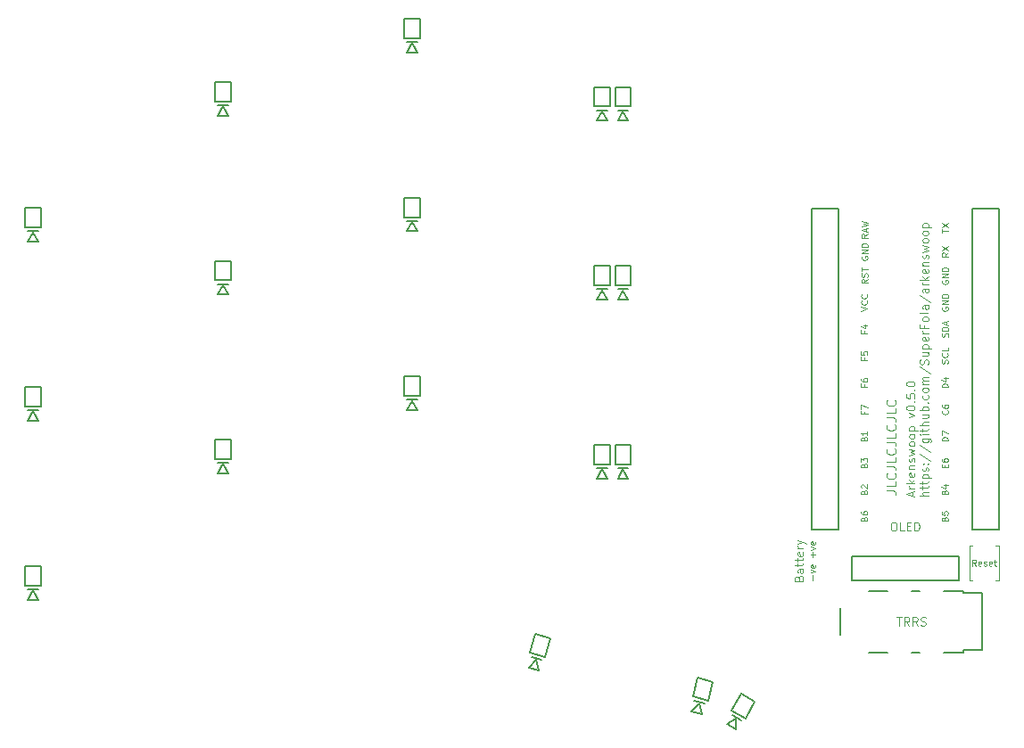
<source format=gto>
G04 #@! TF.GenerationSoftware,KiCad,Pcbnew,7.0.2-0*
G04 #@! TF.CreationDate,2023-06-12T23:21:01+02:00*
G04 #@! TF.ProjectId,arkenswoop,61726b65-6e73-4776-9f6f-702e6b696361,0.5.0*
G04 #@! TF.SameCoordinates,Original*
G04 #@! TF.FileFunction,Legend,Top*
G04 #@! TF.FilePolarity,Positive*
%FSLAX46Y46*%
G04 Gerber Fmt 4.6, Leading zero omitted, Abs format (unit mm)*
G04 Created by KiCad (PCBNEW 7.0.2-0) date 2023-06-12 23:21:01*
%MOMM*%
%LPD*%
G01*
G04 APERTURE LIST*
%ADD10C,0.100000*%
%ADD11C,0.080000*%
%ADD12C,0.150000*%
%ADD13C,0.120000*%
G04 APERTURE END LIST*
D10*
X160209857Y-113378571D02*
X160852714Y-113378571D01*
X160852714Y-113378571D02*
X160981285Y-113421428D01*
X160981285Y-113421428D02*
X161067000Y-113507142D01*
X161067000Y-113507142D02*
X161109857Y-113635714D01*
X161109857Y-113635714D02*
X161109857Y-113721428D01*
X161109857Y-112521428D02*
X161109857Y-112950000D01*
X161109857Y-112950000D02*
X160209857Y-112950000D01*
X161024142Y-111707143D02*
X161067000Y-111750000D01*
X161067000Y-111750000D02*
X161109857Y-111878572D01*
X161109857Y-111878572D02*
X161109857Y-111964286D01*
X161109857Y-111964286D02*
X161067000Y-112092857D01*
X161067000Y-112092857D02*
X160981285Y-112178572D01*
X160981285Y-112178572D02*
X160895571Y-112221429D01*
X160895571Y-112221429D02*
X160724142Y-112264286D01*
X160724142Y-112264286D02*
X160595571Y-112264286D01*
X160595571Y-112264286D02*
X160424142Y-112221429D01*
X160424142Y-112221429D02*
X160338428Y-112178572D01*
X160338428Y-112178572D02*
X160252714Y-112092857D01*
X160252714Y-112092857D02*
X160209857Y-111964286D01*
X160209857Y-111964286D02*
X160209857Y-111878572D01*
X160209857Y-111878572D02*
X160252714Y-111750000D01*
X160252714Y-111750000D02*
X160295571Y-111707143D01*
X160209857Y-111064286D02*
X160852714Y-111064286D01*
X160852714Y-111064286D02*
X160981285Y-111107143D01*
X160981285Y-111107143D02*
X161067000Y-111192857D01*
X161067000Y-111192857D02*
X161109857Y-111321429D01*
X161109857Y-111321429D02*
X161109857Y-111407143D01*
X161109857Y-110207143D02*
X161109857Y-110635715D01*
X161109857Y-110635715D02*
X160209857Y-110635715D01*
X161024142Y-109392858D02*
X161067000Y-109435715D01*
X161067000Y-109435715D02*
X161109857Y-109564287D01*
X161109857Y-109564287D02*
X161109857Y-109650001D01*
X161109857Y-109650001D02*
X161067000Y-109778572D01*
X161067000Y-109778572D02*
X160981285Y-109864287D01*
X160981285Y-109864287D02*
X160895571Y-109907144D01*
X160895571Y-109907144D02*
X160724142Y-109950001D01*
X160724142Y-109950001D02*
X160595571Y-109950001D01*
X160595571Y-109950001D02*
X160424142Y-109907144D01*
X160424142Y-109907144D02*
X160338428Y-109864287D01*
X160338428Y-109864287D02*
X160252714Y-109778572D01*
X160252714Y-109778572D02*
X160209857Y-109650001D01*
X160209857Y-109650001D02*
X160209857Y-109564287D01*
X160209857Y-109564287D02*
X160252714Y-109435715D01*
X160252714Y-109435715D02*
X160295571Y-109392858D01*
X160209857Y-108750001D02*
X160852714Y-108750001D01*
X160852714Y-108750001D02*
X160981285Y-108792858D01*
X160981285Y-108792858D02*
X161067000Y-108878572D01*
X161067000Y-108878572D02*
X161109857Y-109007144D01*
X161109857Y-109007144D02*
X161109857Y-109092858D01*
X161109857Y-107892858D02*
X161109857Y-108321430D01*
X161109857Y-108321430D02*
X160209857Y-108321430D01*
X161024142Y-107078573D02*
X161067000Y-107121430D01*
X161067000Y-107121430D02*
X161109857Y-107250002D01*
X161109857Y-107250002D02*
X161109857Y-107335716D01*
X161109857Y-107335716D02*
X161067000Y-107464287D01*
X161067000Y-107464287D02*
X160981285Y-107550002D01*
X160981285Y-107550002D02*
X160895571Y-107592859D01*
X160895571Y-107592859D02*
X160724142Y-107635716D01*
X160724142Y-107635716D02*
X160595571Y-107635716D01*
X160595571Y-107635716D02*
X160424142Y-107592859D01*
X160424142Y-107592859D02*
X160338428Y-107550002D01*
X160338428Y-107550002D02*
X160252714Y-107464287D01*
X160252714Y-107464287D02*
X160209857Y-107335716D01*
X160209857Y-107335716D02*
X160209857Y-107250002D01*
X160209857Y-107250002D02*
X160252714Y-107121430D01*
X160252714Y-107121430D02*
X160295571Y-107078573D01*
X160209857Y-106435716D02*
X160852714Y-106435716D01*
X160852714Y-106435716D02*
X160981285Y-106478573D01*
X160981285Y-106478573D02*
X161067000Y-106564287D01*
X161067000Y-106564287D02*
X161109857Y-106692859D01*
X161109857Y-106692859D02*
X161109857Y-106778573D01*
X161109857Y-105578573D02*
X161109857Y-106007145D01*
X161109857Y-106007145D02*
X160209857Y-106007145D01*
X161024142Y-104764288D02*
X161067000Y-104807145D01*
X161067000Y-104807145D02*
X161109857Y-104935717D01*
X161109857Y-104935717D02*
X161109857Y-105021431D01*
X161109857Y-105021431D02*
X161067000Y-105150002D01*
X161067000Y-105150002D02*
X160981285Y-105235717D01*
X160981285Y-105235717D02*
X160895571Y-105278574D01*
X160895571Y-105278574D02*
X160724142Y-105321431D01*
X160724142Y-105321431D02*
X160595571Y-105321431D01*
X160595571Y-105321431D02*
X160424142Y-105278574D01*
X160424142Y-105278574D02*
X160338428Y-105235717D01*
X160338428Y-105235717D02*
X160252714Y-105150002D01*
X160252714Y-105150002D02*
X160209857Y-105021431D01*
X160209857Y-105021431D02*
X160209857Y-104935717D01*
X160209857Y-104935717D02*
X160252714Y-104807145D01*
X160252714Y-104807145D02*
X160295571Y-104764288D01*
X162681850Y-113861558D02*
X162681850Y-113480605D01*
X162910422Y-113937748D02*
X162110422Y-113671081D01*
X162110422Y-113671081D02*
X162910422Y-113404415D01*
X162910422Y-113137748D02*
X162377088Y-113137748D01*
X162529469Y-113137748D02*
X162453279Y-113099653D01*
X162453279Y-113099653D02*
X162415184Y-113061558D01*
X162415184Y-113061558D02*
X162377088Y-112985367D01*
X162377088Y-112985367D02*
X162377088Y-112909177D01*
X162910422Y-112642510D02*
X162110422Y-112642510D01*
X162605660Y-112566320D02*
X162910422Y-112337748D01*
X162377088Y-112337748D02*
X162681850Y-112642510D01*
X162872327Y-111690129D02*
X162910422Y-111766320D01*
X162910422Y-111766320D02*
X162910422Y-111918701D01*
X162910422Y-111918701D02*
X162872327Y-111994891D01*
X162872327Y-111994891D02*
X162796136Y-112032987D01*
X162796136Y-112032987D02*
X162491374Y-112032987D01*
X162491374Y-112032987D02*
X162415184Y-111994891D01*
X162415184Y-111994891D02*
X162377088Y-111918701D01*
X162377088Y-111918701D02*
X162377088Y-111766320D01*
X162377088Y-111766320D02*
X162415184Y-111690129D01*
X162415184Y-111690129D02*
X162491374Y-111652034D01*
X162491374Y-111652034D02*
X162567565Y-111652034D01*
X162567565Y-111652034D02*
X162643755Y-112032987D01*
X162377088Y-111309177D02*
X162910422Y-111309177D01*
X162453279Y-111309177D02*
X162415184Y-111271082D01*
X162415184Y-111271082D02*
X162377088Y-111194892D01*
X162377088Y-111194892D02*
X162377088Y-111080606D01*
X162377088Y-111080606D02*
X162415184Y-111004415D01*
X162415184Y-111004415D02*
X162491374Y-110966320D01*
X162491374Y-110966320D02*
X162910422Y-110966320D01*
X162872327Y-110623463D02*
X162910422Y-110547272D01*
X162910422Y-110547272D02*
X162910422Y-110394891D01*
X162910422Y-110394891D02*
X162872327Y-110318701D01*
X162872327Y-110318701D02*
X162796136Y-110280605D01*
X162796136Y-110280605D02*
X162758041Y-110280605D01*
X162758041Y-110280605D02*
X162681850Y-110318701D01*
X162681850Y-110318701D02*
X162643755Y-110394891D01*
X162643755Y-110394891D02*
X162643755Y-110509177D01*
X162643755Y-110509177D02*
X162605660Y-110585367D01*
X162605660Y-110585367D02*
X162529469Y-110623463D01*
X162529469Y-110623463D02*
X162491374Y-110623463D01*
X162491374Y-110623463D02*
X162415184Y-110585367D01*
X162415184Y-110585367D02*
X162377088Y-110509177D01*
X162377088Y-110509177D02*
X162377088Y-110394891D01*
X162377088Y-110394891D02*
X162415184Y-110318701D01*
X162377088Y-110013939D02*
X162910422Y-109861558D01*
X162910422Y-109861558D02*
X162529469Y-109709177D01*
X162529469Y-109709177D02*
X162910422Y-109556796D01*
X162910422Y-109556796D02*
X162377088Y-109404415D01*
X162910422Y-108985368D02*
X162872327Y-109061558D01*
X162872327Y-109061558D02*
X162834231Y-109099653D01*
X162834231Y-109099653D02*
X162758041Y-109137749D01*
X162758041Y-109137749D02*
X162529469Y-109137749D01*
X162529469Y-109137749D02*
X162453279Y-109099653D01*
X162453279Y-109099653D02*
X162415184Y-109061558D01*
X162415184Y-109061558D02*
X162377088Y-108985368D01*
X162377088Y-108985368D02*
X162377088Y-108871082D01*
X162377088Y-108871082D02*
X162415184Y-108794891D01*
X162415184Y-108794891D02*
X162453279Y-108756796D01*
X162453279Y-108756796D02*
X162529469Y-108718701D01*
X162529469Y-108718701D02*
X162758041Y-108718701D01*
X162758041Y-108718701D02*
X162834231Y-108756796D01*
X162834231Y-108756796D02*
X162872327Y-108794891D01*
X162872327Y-108794891D02*
X162910422Y-108871082D01*
X162910422Y-108871082D02*
X162910422Y-108985368D01*
X162910422Y-108261558D02*
X162872327Y-108337748D01*
X162872327Y-108337748D02*
X162834231Y-108375843D01*
X162834231Y-108375843D02*
X162758041Y-108413939D01*
X162758041Y-108413939D02*
X162529469Y-108413939D01*
X162529469Y-108413939D02*
X162453279Y-108375843D01*
X162453279Y-108375843D02*
X162415184Y-108337748D01*
X162415184Y-108337748D02*
X162377088Y-108261558D01*
X162377088Y-108261558D02*
X162377088Y-108147272D01*
X162377088Y-108147272D02*
X162415184Y-108071081D01*
X162415184Y-108071081D02*
X162453279Y-108032986D01*
X162453279Y-108032986D02*
X162529469Y-107994891D01*
X162529469Y-107994891D02*
X162758041Y-107994891D01*
X162758041Y-107994891D02*
X162834231Y-108032986D01*
X162834231Y-108032986D02*
X162872327Y-108071081D01*
X162872327Y-108071081D02*
X162910422Y-108147272D01*
X162910422Y-108147272D02*
X162910422Y-108261558D01*
X162377088Y-107652033D02*
X163177088Y-107652033D01*
X162415184Y-107652033D02*
X162377088Y-107575843D01*
X162377088Y-107575843D02*
X162377088Y-107423462D01*
X162377088Y-107423462D02*
X162415184Y-107347271D01*
X162415184Y-107347271D02*
X162453279Y-107309176D01*
X162453279Y-107309176D02*
X162529469Y-107271081D01*
X162529469Y-107271081D02*
X162758041Y-107271081D01*
X162758041Y-107271081D02*
X162834231Y-107309176D01*
X162834231Y-107309176D02*
X162872327Y-107347271D01*
X162872327Y-107347271D02*
X162910422Y-107423462D01*
X162910422Y-107423462D02*
X162910422Y-107575843D01*
X162910422Y-107575843D02*
X162872327Y-107652033D01*
X162377088Y-106394890D02*
X162910422Y-106204414D01*
X162910422Y-106204414D02*
X162377088Y-106013937D01*
X162110422Y-105556794D02*
X162110422Y-105480604D01*
X162110422Y-105480604D02*
X162148517Y-105404413D01*
X162148517Y-105404413D02*
X162186612Y-105366318D01*
X162186612Y-105366318D02*
X162262803Y-105328223D01*
X162262803Y-105328223D02*
X162415184Y-105290128D01*
X162415184Y-105290128D02*
X162605660Y-105290128D01*
X162605660Y-105290128D02*
X162758041Y-105328223D01*
X162758041Y-105328223D02*
X162834231Y-105366318D01*
X162834231Y-105366318D02*
X162872327Y-105404413D01*
X162872327Y-105404413D02*
X162910422Y-105480604D01*
X162910422Y-105480604D02*
X162910422Y-105556794D01*
X162910422Y-105556794D02*
X162872327Y-105632985D01*
X162872327Y-105632985D02*
X162834231Y-105671080D01*
X162834231Y-105671080D02*
X162758041Y-105709175D01*
X162758041Y-105709175D02*
X162605660Y-105747271D01*
X162605660Y-105747271D02*
X162415184Y-105747271D01*
X162415184Y-105747271D02*
X162262803Y-105709175D01*
X162262803Y-105709175D02*
X162186612Y-105671080D01*
X162186612Y-105671080D02*
X162148517Y-105632985D01*
X162148517Y-105632985D02*
X162110422Y-105556794D01*
X162834231Y-104947270D02*
X162872327Y-104909175D01*
X162872327Y-104909175D02*
X162910422Y-104947270D01*
X162910422Y-104947270D02*
X162872327Y-104985366D01*
X162872327Y-104985366D02*
X162834231Y-104947270D01*
X162834231Y-104947270D02*
X162910422Y-104947270D01*
X162110422Y-104185366D02*
X162110422Y-104566318D01*
X162110422Y-104566318D02*
X162491374Y-104604414D01*
X162491374Y-104604414D02*
X162453279Y-104566318D01*
X162453279Y-104566318D02*
X162415184Y-104490128D01*
X162415184Y-104490128D02*
X162415184Y-104299652D01*
X162415184Y-104299652D02*
X162453279Y-104223461D01*
X162453279Y-104223461D02*
X162491374Y-104185366D01*
X162491374Y-104185366D02*
X162567565Y-104147271D01*
X162567565Y-104147271D02*
X162758041Y-104147271D01*
X162758041Y-104147271D02*
X162834231Y-104185366D01*
X162834231Y-104185366D02*
X162872327Y-104223461D01*
X162872327Y-104223461D02*
X162910422Y-104299652D01*
X162910422Y-104299652D02*
X162910422Y-104490128D01*
X162910422Y-104490128D02*
X162872327Y-104566318D01*
X162872327Y-104566318D02*
X162834231Y-104604414D01*
X162834231Y-103804413D02*
X162872327Y-103766318D01*
X162872327Y-103766318D02*
X162910422Y-103804413D01*
X162910422Y-103804413D02*
X162872327Y-103842509D01*
X162872327Y-103842509D02*
X162834231Y-103804413D01*
X162834231Y-103804413D02*
X162910422Y-103804413D01*
X162110422Y-103271080D02*
X162110422Y-103194890D01*
X162110422Y-103194890D02*
X162148517Y-103118699D01*
X162148517Y-103118699D02*
X162186612Y-103080604D01*
X162186612Y-103080604D02*
X162262803Y-103042509D01*
X162262803Y-103042509D02*
X162415184Y-103004414D01*
X162415184Y-103004414D02*
X162605660Y-103004414D01*
X162605660Y-103004414D02*
X162758041Y-103042509D01*
X162758041Y-103042509D02*
X162834231Y-103080604D01*
X162834231Y-103080604D02*
X162872327Y-103118699D01*
X162872327Y-103118699D02*
X162910422Y-103194890D01*
X162910422Y-103194890D02*
X162910422Y-103271080D01*
X162910422Y-103271080D02*
X162872327Y-103347271D01*
X162872327Y-103347271D02*
X162834231Y-103385366D01*
X162834231Y-103385366D02*
X162758041Y-103423461D01*
X162758041Y-103423461D02*
X162605660Y-103461557D01*
X162605660Y-103461557D02*
X162415184Y-103461557D01*
X162415184Y-103461557D02*
X162262803Y-103423461D01*
X162262803Y-103423461D02*
X162186612Y-103385366D01*
X162186612Y-103385366D02*
X162148517Y-103347271D01*
X162148517Y-103347271D02*
X162110422Y-103271080D01*
X164206422Y-113823462D02*
X163406422Y-113823462D01*
X164206422Y-113480605D02*
X163787374Y-113480605D01*
X163787374Y-113480605D02*
X163711184Y-113518700D01*
X163711184Y-113518700D02*
X163673088Y-113594891D01*
X163673088Y-113594891D02*
X163673088Y-113709177D01*
X163673088Y-113709177D02*
X163711184Y-113785367D01*
X163711184Y-113785367D02*
X163749279Y-113823462D01*
X163673088Y-113213938D02*
X163673088Y-112909176D01*
X163406422Y-113099652D02*
X164092136Y-113099652D01*
X164092136Y-113099652D02*
X164168327Y-113061557D01*
X164168327Y-113061557D02*
X164206422Y-112985367D01*
X164206422Y-112985367D02*
X164206422Y-112909176D01*
X163673088Y-112756795D02*
X163673088Y-112452033D01*
X163406422Y-112642509D02*
X164092136Y-112642509D01*
X164092136Y-112642509D02*
X164168327Y-112604414D01*
X164168327Y-112604414D02*
X164206422Y-112528224D01*
X164206422Y-112528224D02*
X164206422Y-112452033D01*
X163673088Y-112185366D02*
X164473088Y-112185366D01*
X163711184Y-112185366D02*
X163673088Y-112109176D01*
X163673088Y-112109176D02*
X163673088Y-111956795D01*
X163673088Y-111956795D02*
X163711184Y-111880604D01*
X163711184Y-111880604D02*
X163749279Y-111842509D01*
X163749279Y-111842509D02*
X163825469Y-111804414D01*
X163825469Y-111804414D02*
X164054041Y-111804414D01*
X164054041Y-111804414D02*
X164130231Y-111842509D01*
X164130231Y-111842509D02*
X164168327Y-111880604D01*
X164168327Y-111880604D02*
X164206422Y-111956795D01*
X164206422Y-111956795D02*
X164206422Y-112109176D01*
X164206422Y-112109176D02*
X164168327Y-112185366D01*
X164168327Y-111499652D02*
X164206422Y-111423461D01*
X164206422Y-111423461D02*
X164206422Y-111271080D01*
X164206422Y-111271080D02*
X164168327Y-111194890D01*
X164168327Y-111194890D02*
X164092136Y-111156794D01*
X164092136Y-111156794D02*
X164054041Y-111156794D01*
X164054041Y-111156794D02*
X163977850Y-111194890D01*
X163977850Y-111194890D02*
X163939755Y-111271080D01*
X163939755Y-111271080D02*
X163939755Y-111385366D01*
X163939755Y-111385366D02*
X163901660Y-111461556D01*
X163901660Y-111461556D02*
X163825469Y-111499652D01*
X163825469Y-111499652D02*
X163787374Y-111499652D01*
X163787374Y-111499652D02*
X163711184Y-111461556D01*
X163711184Y-111461556D02*
X163673088Y-111385366D01*
X163673088Y-111385366D02*
X163673088Y-111271080D01*
X163673088Y-111271080D02*
X163711184Y-111194890D01*
X164130231Y-110813937D02*
X164168327Y-110775842D01*
X164168327Y-110775842D02*
X164206422Y-110813937D01*
X164206422Y-110813937D02*
X164168327Y-110852033D01*
X164168327Y-110852033D02*
X164130231Y-110813937D01*
X164130231Y-110813937D02*
X164206422Y-110813937D01*
X163711184Y-110813937D02*
X163749279Y-110775842D01*
X163749279Y-110775842D02*
X163787374Y-110813937D01*
X163787374Y-110813937D02*
X163749279Y-110852033D01*
X163749279Y-110852033D02*
X163711184Y-110813937D01*
X163711184Y-110813937D02*
X163787374Y-110813937D01*
X163368327Y-109861557D02*
X164396898Y-110547271D01*
X163368327Y-109023462D02*
X164396898Y-109709176D01*
X163673088Y-108413938D02*
X164320707Y-108413938D01*
X164320707Y-108413938D02*
X164396898Y-108452033D01*
X164396898Y-108452033D02*
X164434993Y-108490129D01*
X164434993Y-108490129D02*
X164473088Y-108566319D01*
X164473088Y-108566319D02*
X164473088Y-108680605D01*
X164473088Y-108680605D02*
X164434993Y-108756795D01*
X164168327Y-108413938D02*
X164206422Y-108490129D01*
X164206422Y-108490129D02*
X164206422Y-108642510D01*
X164206422Y-108642510D02*
X164168327Y-108718700D01*
X164168327Y-108718700D02*
X164130231Y-108756795D01*
X164130231Y-108756795D02*
X164054041Y-108794891D01*
X164054041Y-108794891D02*
X163825469Y-108794891D01*
X163825469Y-108794891D02*
X163749279Y-108756795D01*
X163749279Y-108756795D02*
X163711184Y-108718700D01*
X163711184Y-108718700D02*
X163673088Y-108642510D01*
X163673088Y-108642510D02*
X163673088Y-108490129D01*
X163673088Y-108490129D02*
X163711184Y-108413938D01*
X164206422Y-108032985D02*
X163673088Y-108032985D01*
X163406422Y-108032985D02*
X163444517Y-108071081D01*
X163444517Y-108071081D02*
X163482612Y-108032985D01*
X163482612Y-108032985D02*
X163444517Y-107994890D01*
X163444517Y-107994890D02*
X163406422Y-108032985D01*
X163406422Y-108032985D02*
X163482612Y-108032985D01*
X163673088Y-107766319D02*
X163673088Y-107461557D01*
X163406422Y-107652033D02*
X164092136Y-107652033D01*
X164092136Y-107652033D02*
X164168327Y-107613938D01*
X164168327Y-107613938D02*
X164206422Y-107537748D01*
X164206422Y-107537748D02*
X164206422Y-107461557D01*
X164206422Y-107194890D02*
X163406422Y-107194890D01*
X164206422Y-106852033D02*
X163787374Y-106852033D01*
X163787374Y-106852033D02*
X163711184Y-106890128D01*
X163711184Y-106890128D02*
X163673088Y-106966319D01*
X163673088Y-106966319D02*
X163673088Y-107080605D01*
X163673088Y-107080605D02*
X163711184Y-107156795D01*
X163711184Y-107156795D02*
X163749279Y-107194890D01*
X163673088Y-106128223D02*
X164206422Y-106128223D01*
X163673088Y-106471080D02*
X164092136Y-106471080D01*
X164092136Y-106471080D02*
X164168327Y-106432985D01*
X164168327Y-106432985D02*
X164206422Y-106356795D01*
X164206422Y-106356795D02*
X164206422Y-106242509D01*
X164206422Y-106242509D02*
X164168327Y-106166318D01*
X164168327Y-106166318D02*
X164130231Y-106128223D01*
X164206422Y-105747270D02*
X163406422Y-105747270D01*
X163711184Y-105747270D02*
X163673088Y-105671080D01*
X163673088Y-105671080D02*
X163673088Y-105518699D01*
X163673088Y-105518699D02*
X163711184Y-105442508D01*
X163711184Y-105442508D02*
X163749279Y-105404413D01*
X163749279Y-105404413D02*
X163825469Y-105366318D01*
X163825469Y-105366318D02*
X164054041Y-105366318D01*
X164054041Y-105366318D02*
X164130231Y-105404413D01*
X164130231Y-105404413D02*
X164168327Y-105442508D01*
X164168327Y-105442508D02*
X164206422Y-105518699D01*
X164206422Y-105518699D02*
X164206422Y-105671080D01*
X164206422Y-105671080D02*
X164168327Y-105747270D01*
X164130231Y-105023460D02*
X164168327Y-104985365D01*
X164168327Y-104985365D02*
X164206422Y-105023460D01*
X164206422Y-105023460D02*
X164168327Y-105061556D01*
X164168327Y-105061556D02*
X164130231Y-105023460D01*
X164130231Y-105023460D02*
X164206422Y-105023460D01*
X164168327Y-104299651D02*
X164206422Y-104375842D01*
X164206422Y-104375842D02*
X164206422Y-104528223D01*
X164206422Y-104528223D02*
X164168327Y-104604413D01*
X164168327Y-104604413D02*
X164130231Y-104642508D01*
X164130231Y-104642508D02*
X164054041Y-104680604D01*
X164054041Y-104680604D02*
X163825469Y-104680604D01*
X163825469Y-104680604D02*
X163749279Y-104642508D01*
X163749279Y-104642508D02*
X163711184Y-104604413D01*
X163711184Y-104604413D02*
X163673088Y-104528223D01*
X163673088Y-104528223D02*
X163673088Y-104375842D01*
X163673088Y-104375842D02*
X163711184Y-104299651D01*
X164206422Y-103842509D02*
X164168327Y-103918699D01*
X164168327Y-103918699D02*
X164130231Y-103956794D01*
X164130231Y-103956794D02*
X164054041Y-103994890D01*
X164054041Y-103994890D02*
X163825469Y-103994890D01*
X163825469Y-103994890D02*
X163749279Y-103956794D01*
X163749279Y-103956794D02*
X163711184Y-103918699D01*
X163711184Y-103918699D02*
X163673088Y-103842509D01*
X163673088Y-103842509D02*
X163673088Y-103728223D01*
X163673088Y-103728223D02*
X163711184Y-103652032D01*
X163711184Y-103652032D02*
X163749279Y-103613937D01*
X163749279Y-103613937D02*
X163825469Y-103575842D01*
X163825469Y-103575842D02*
X164054041Y-103575842D01*
X164054041Y-103575842D02*
X164130231Y-103613937D01*
X164130231Y-103613937D02*
X164168327Y-103652032D01*
X164168327Y-103652032D02*
X164206422Y-103728223D01*
X164206422Y-103728223D02*
X164206422Y-103842509D01*
X164206422Y-103232984D02*
X163673088Y-103232984D01*
X163749279Y-103232984D02*
X163711184Y-103194889D01*
X163711184Y-103194889D02*
X163673088Y-103118699D01*
X163673088Y-103118699D02*
X163673088Y-103004413D01*
X163673088Y-103004413D02*
X163711184Y-102928222D01*
X163711184Y-102928222D02*
X163787374Y-102890127D01*
X163787374Y-102890127D02*
X164206422Y-102890127D01*
X163787374Y-102890127D02*
X163711184Y-102852032D01*
X163711184Y-102852032D02*
X163673088Y-102775841D01*
X163673088Y-102775841D02*
X163673088Y-102661556D01*
X163673088Y-102661556D02*
X163711184Y-102585365D01*
X163711184Y-102585365D02*
X163787374Y-102547270D01*
X163787374Y-102547270D02*
X164206422Y-102547270D01*
X163368327Y-101594889D02*
X164396898Y-102280603D01*
X164168327Y-101366318D02*
X164206422Y-101252032D01*
X164206422Y-101252032D02*
X164206422Y-101061556D01*
X164206422Y-101061556D02*
X164168327Y-100985365D01*
X164168327Y-100985365D02*
X164130231Y-100947270D01*
X164130231Y-100947270D02*
X164054041Y-100909175D01*
X164054041Y-100909175D02*
X163977850Y-100909175D01*
X163977850Y-100909175D02*
X163901660Y-100947270D01*
X163901660Y-100947270D02*
X163863565Y-100985365D01*
X163863565Y-100985365D02*
X163825469Y-101061556D01*
X163825469Y-101061556D02*
X163787374Y-101213937D01*
X163787374Y-101213937D02*
X163749279Y-101290127D01*
X163749279Y-101290127D02*
X163711184Y-101328222D01*
X163711184Y-101328222D02*
X163634993Y-101366318D01*
X163634993Y-101366318D02*
X163558803Y-101366318D01*
X163558803Y-101366318D02*
X163482612Y-101328222D01*
X163482612Y-101328222D02*
X163444517Y-101290127D01*
X163444517Y-101290127D02*
X163406422Y-101213937D01*
X163406422Y-101213937D02*
X163406422Y-101023460D01*
X163406422Y-101023460D02*
X163444517Y-100909175D01*
X163673088Y-100223460D02*
X164206422Y-100223460D01*
X163673088Y-100566317D02*
X164092136Y-100566317D01*
X164092136Y-100566317D02*
X164168327Y-100528222D01*
X164168327Y-100528222D02*
X164206422Y-100452032D01*
X164206422Y-100452032D02*
X164206422Y-100337746D01*
X164206422Y-100337746D02*
X164168327Y-100261555D01*
X164168327Y-100261555D02*
X164130231Y-100223460D01*
X163673088Y-99842507D02*
X164473088Y-99842507D01*
X163711184Y-99842507D02*
X163673088Y-99766317D01*
X163673088Y-99766317D02*
X163673088Y-99613936D01*
X163673088Y-99613936D02*
X163711184Y-99537745D01*
X163711184Y-99537745D02*
X163749279Y-99499650D01*
X163749279Y-99499650D02*
X163825469Y-99461555D01*
X163825469Y-99461555D02*
X164054041Y-99461555D01*
X164054041Y-99461555D02*
X164130231Y-99499650D01*
X164130231Y-99499650D02*
X164168327Y-99537745D01*
X164168327Y-99537745D02*
X164206422Y-99613936D01*
X164206422Y-99613936D02*
X164206422Y-99766317D01*
X164206422Y-99766317D02*
X164168327Y-99842507D01*
X164168327Y-98813935D02*
X164206422Y-98890126D01*
X164206422Y-98890126D02*
X164206422Y-99042507D01*
X164206422Y-99042507D02*
X164168327Y-99118697D01*
X164168327Y-99118697D02*
X164092136Y-99156793D01*
X164092136Y-99156793D02*
X163787374Y-99156793D01*
X163787374Y-99156793D02*
X163711184Y-99118697D01*
X163711184Y-99118697D02*
X163673088Y-99042507D01*
X163673088Y-99042507D02*
X163673088Y-98890126D01*
X163673088Y-98890126D02*
X163711184Y-98813935D01*
X163711184Y-98813935D02*
X163787374Y-98775840D01*
X163787374Y-98775840D02*
X163863565Y-98775840D01*
X163863565Y-98775840D02*
X163939755Y-99156793D01*
X164206422Y-98432983D02*
X163673088Y-98432983D01*
X163825469Y-98432983D02*
X163749279Y-98394888D01*
X163749279Y-98394888D02*
X163711184Y-98356793D01*
X163711184Y-98356793D02*
X163673088Y-98280602D01*
X163673088Y-98280602D02*
X163673088Y-98204412D01*
X163787374Y-97671079D02*
X163787374Y-97937745D01*
X164206422Y-97937745D02*
X163406422Y-97937745D01*
X163406422Y-97937745D02*
X163406422Y-97556793D01*
X164206422Y-97137746D02*
X164168327Y-97213936D01*
X164168327Y-97213936D02*
X164130231Y-97252031D01*
X164130231Y-97252031D02*
X164054041Y-97290127D01*
X164054041Y-97290127D02*
X163825469Y-97290127D01*
X163825469Y-97290127D02*
X163749279Y-97252031D01*
X163749279Y-97252031D02*
X163711184Y-97213936D01*
X163711184Y-97213936D02*
X163673088Y-97137746D01*
X163673088Y-97137746D02*
X163673088Y-97023460D01*
X163673088Y-97023460D02*
X163711184Y-96947269D01*
X163711184Y-96947269D02*
X163749279Y-96909174D01*
X163749279Y-96909174D02*
X163825469Y-96871079D01*
X163825469Y-96871079D02*
X164054041Y-96871079D01*
X164054041Y-96871079D02*
X164130231Y-96909174D01*
X164130231Y-96909174D02*
X164168327Y-96947269D01*
X164168327Y-96947269D02*
X164206422Y-97023460D01*
X164206422Y-97023460D02*
X164206422Y-97137746D01*
X164206422Y-96413936D02*
X164168327Y-96490126D01*
X164168327Y-96490126D02*
X164092136Y-96528221D01*
X164092136Y-96528221D02*
X163406422Y-96528221D01*
X164206422Y-95766316D02*
X163787374Y-95766316D01*
X163787374Y-95766316D02*
X163711184Y-95804411D01*
X163711184Y-95804411D02*
X163673088Y-95880602D01*
X163673088Y-95880602D02*
X163673088Y-96032983D01*
X163673088Y-96032983D02*
X163711184Y-96109173D01*
X164168327Y-95766316D02*
X164206422Y-95842507D01*
X164206422Y-95842507D02*
X164206422Y-96032983D01*
X164206422Y-96032983D02*
X164168327Y-96109173D01*
X164168327Y-96109173D02*
X164092136Y-96147269D01*
X164092136Y-96147269D02*
X164015946Y-96147269D01*
X164015946Y-96147269D02*
X163939755Y-96109173D01*
X163939755Y-96109173D02*
X163901660Y-96032983D01*
X163901660Y-96032983D02*
X163901660Y-95842507D01*
X163901660Y-95842507D02*
X163863565Y-95766316D01*
X163368327Y-94813935D02*
X164396898Y-95499649D01*
X164206422Y-94204411D02*
X163787374Y-94204411D01*
X163787374Y-94204411D02*
X163711184Y-94242506D01*
X163711184Y-94242506D02*
X163673088Y-94318697D01*
X163673088Y-94318697D02*
X163673088Y-94471078D01*
X163673088Y-94471078D02*
X163711184Y-94547268D01*
X164168327Y-94204411D02*
X164206422Y-94280602D01*
X164206422Y-94280602D02*
X164206422Y-94471078D01*
X164206422Y-94471078D02*
X164168327Y-94547268D01*
X164168327Y-94547268D02*
X164092136Y-94585364D01*
X164092136Y-94585364D02*
X164015946Y-94585364D01*
X164015946Y-94585364D02*
X163939755Y-94547268D01*
X163939755Y-94547268D02*
X163901660Y-94471078D01*
X163901660Y-94471078D02*
X163901660Y-94280602D01*
X163901660Y-94280602D02*
X163863565Y-94204411D01*
X164206422Y-93823458D02*
X163673088Y-93823458D01*
X163825469Y-93823458D02*
X163749279Y-93785363D01*
X163749279Y-93785363D02*
X163711184Y-93747268D01*
X163711184Y-93747268D02*
X163673088Y-93671077D01*
X163673088Y-93671077D02*
X163673088Y-93594887D01*
X164206422Y-93328220D02*
X163406422Y-93328220D01*
X163901660Y-93252030D02*
X164206422Y-93023458D01*
X163673088Y-93023458D02*
X163977850Y-93328220D01*
X164168327Y-92375839D02*
X164206422Y-92452030D01*
X164206422Y-92452030D02*
X164206422Y-92604411D01*
X164206422Y-92604411D02*
X164168327Y-92680601D01*
X164168327Y-92680601D02*
X164092136Y-92718697D01*
X164092136Y-92718697D02*
X163787374Y-92718697D01*
X163787374Y-92718697D02*
X163711184Y-92680601D01*
X163711184Y-92680601D02*
X163673088Y-92604411D01*
X163673088Y-92604411D02*
X163673088Y-92452030D01*
X163673088Y-92452030D02*
X163711184Y-92375839D01*
X163711184Y-92375839D02*
X163787374Y-92337744D01*
X163787374Y-92337744D02*
X163863565Y-92337744D01*
X163863565Y-92337744D02*
X163939755Y-92718697D01*
X163673088Y-91994887D02*
X164206422Y-91994887D01*
X163749279Y-91994887D02*
X163711184Y-91956792D01*
X163711184Y-91956792D02*
X163673088Y-91880602D01*
X163673088Y-91880602D02*
X163673088Y-91766316D01*
X163673088Y-91766316D02*
X163711184Y-91690125D01*
X163711184Y-91690125D02*
X163787374Y-91652030D01*
X163787374Y-91652030D02*
X164206422Y-91652030D01*
X164168327Y-91309173D02*
X164206422Y-91232982D01*
X164206422Y-91232982D02*
X164206422Y-91080601D01*
X164206422Y-91080601D02*
X164168327Y-91004411D01*
X164168327Y-91004411D02*
X164092136Y-90966315D01*
X164092136Y-90966315D02*
X164054041Y-90966315D01*
X164054041Y-90966315D02*
X163977850Y-91004411D01*
X163977850Y-91004411D02*
X163939755Y-91080601D01*
X163939755Y-91080601D02*
X163939755Y-91194887D01*
X163939755Y-91194887D02*
X163901660Y-91271077D01*
X163901660Y-91271077D02*
X163825469Y-91309173D01*
X163825469Y-91309173D02*
X163787374Y-91309173D01*
X163787374Y-91309173D02*
X163711184Y-91271077D01*
X163711184Y-91271077D02*
X163673088Y-91194887D01*
X163673088Y-91194887D02*
X163673088Y-91080601D01*
X163673088Y-91080601D02*
X163711184Y-91004411D01*
X163673088Y-90699649D02*
X164206422Y-90547268D01*
X164206422Y-90547268D02*
X163825469Y-90394887D01*
X163825469Y-90394887D02*
X164206422Y-90242506D01*
X164206422Y-90242506D02*
X163673088Y-90090125D01*
X164206422Y-89671078D02*
X164168327Y-89747268D01*
X164168327Y-89747268D02*
X164130231Y-89785363D01*
X164130231Y-89785363D02*
X164054041Y-89823459D01*
X164054041Y-89823459D02*
X163825469Y-89823459D01*
X163825469Y-89823459D02*
X163749279Y-89785363D01*
X163749279Y-89785363D02*
X163711184Y-89747268D01*
X163711184Y-89747268D02*
X163673088Y-89671078D01*
X163673088Y-89671078D02*
X163673088Y-89556792D01*
X163673088Y-89556792D02*
X163711184Y-89480601D01*
X163711184Y-89480601D02*
X163749279Y-89442506D01*
X163749279Y-89442506D02*
X163825469Y-89404411D01*
X163825469Y-89404411D02*
X164054041Y-89404411D01*
X164054041Y-89404411D02*
X164130231Y-89442506D01*
X164130231Y-89442506D02*
X164168327Y-89480601D01*
X164168327Y-89480601D02*
X164206422Y-89556792D01*
X164206422Y-89556792D02*
X164206422Y-89671078D01*
X164206422Y-88947268D02*
X164168327Y-89023458D01*
X164168327Y-89023458D02*
X164130231Y-89061553D01*
X164130231Y-89061553D02*
X164054041Y-89099649D01*
X164054041Y-89099649D02*
X163825469Y-89099649D01*
X163825469Y-89099649D02*
X163749279Y-89061553D01*
X163749279Y-89061553D02*
X163711184Y-89023458D01*
X163711184Y-89023458D02*
X163673088Y-88947268D01*
X163673088Y-88947268D02*
X163673088Y-88832982D01*
X163673088Y-88832982D02*
X163711184Y-88756791D01*
X163711184Y-88756791D02*
X163749279Y-88718696D01*
X163749279Y-88718696D02*
X163825469Y-88680601D01*
X163825469Y-88680601D02*
X164054041Y-88680601D01*
X164054041Y-88680601D02*
X164130231Y-88718696D01*
X164130231Y-88718696D02*
X164168327Y-88756791D01*
X164168327Y-88756791D02*
X164206422Y-88832982D01*
X164206422Y-88832982D02*
X164206422Y-88947268D01*
X163673088Y-88337743D02*
X164473088Y-88337743D01*
X163711184Y-88337743D02*
X163673088Y-88261553D01*
X163673088Y-88261553D02*
X163673088Y-88109172D01*
X163673088Y-88109172D02*
X163711184Y-88032981D01*
X163711184Y-88032981D02*
X163749279Y-87994886D01*
X163749279Y-87994886D02*
X163825469Y-87956791D01*
X163825469Y-87956791D02*
X164054041Y-87956791D01*
X164054041Y-87956791D02*
X164130231Y-87994886D01*
X164130231Y-87994886D02*
X164168327Y-88032981D01*
X164168327Y-88032981D02*
X164206422Y-88109172D01*
X164206422Y-88109172D02*
X164206422Y-88261553D01*
X164206422Y-88261553D02*
X164168327Y-88337743D01*
D11*
X168741492Y-120520305D02*
X168541492Y-120234591D01*
X168398635Y-120520305D02*
X168398635Y-119920305D01*
X168398635Y-119920305D02*
X168627206Y-119920305D01*
X168627206Y-119920305D02*
X168684349Y-119948876D01*
X168684349Y-119948876D02*
X168712920Y-119977448D01*
X168712920Y-119977448D02*
X168741492Y-120034591D01*
X168741492Y-120034591D02*
X168741492Y-120120305D01*
X168741492Y-120120305D02*
X168712920Y-120177448D01*
X168712920Y-120177448D02*
X168684349Y-120206019D01*
X168684349Y-120206019D02*
X168627206Y-120234591D01*
X168627206Y-120234591D02*
X168398635Y-120234591D01*
X169227206Y-120491734D02*
X169170063Y-120520305D01*
X169170063Y-120520305D02*
X169055778Y-120520305D01*
X169055778Y-120520305D02*
X168998635Y-120491734D01*
X168998635Y-120491734D02*
X168970063Y-120434591D01*
X168970063Y-120434591D02*
X168970063Y-120206019D01*
X168970063Y-120206019D02*
X168998635Y-120148876D01*
X168998635Y-120148876D02*
X169055778Y-120120305D01*
X169055778Y-120120305D02*
X169170063Y-120120305D01*
X169170063Y-120120305D02*
X169227206Y-120148876D01*
X169227206Y-120148876D02*
X169255778Y-120206019D01*
X169255778Y-120206019D02*
X169255778Y-120263162D01*
X169255778Y-120263162D02*
X168970063Y-120320305D01*
X169484349Y-120491734D02*
X169541492Y-120520305D01*
X169541492Y-120520305D02*
X169655778Y-120520305D01*
X169655778Y-120520305D02*
X169712921Y-120491734D01*
X169712921Y-120491734D02*
X169741492Y-120434591D01*
X169741492Y-120434591D02*
X169741492Y-120406019D01*
X169741492Y-120406019D02*
X169712921Y-120348876D01*
X169712921Y-120348876D02*
X169655778Y-120320305D01*
X169655778Y-120320305D02*
X169570064Y-120320305D01*
X169570064Y-120320305D02*
X169512921Y-120291734D01*
X169512921Y-120291734D02*
X169484349Y-120234591D01*
X169484349Y-120234591D02*
X169484349Y-120206019D01*
X169484349Y-120206019D02*
X169512921Y-120148876D01*
X169512921Y-120148876D02*
X169570064Y-120120305D01*
X169570064Y-120120305D02*
X169655778Y-120120305D01*
X169655778Y-120120305D02*
X169712921Y-120148876D01*
X170227206Y-120491734D02*
X170170063Y-120520305D01*
X170170063Y-120520305D02*
X170055778Y-120520305D01*
X170055778Y-120520305D02*
X169998635Y-120491734D01*
X169998635Y-120491734D02*
X169970063Y-120434591D01*
X169970063Y-120434591D02*
X169970063Y-120206019D01*
X169970063Y-120206019D02*
X169998635Y-120148876D01*
X169998635Y-120148876D02*
X170055778Y-120120305D01*
X170055778Y-120120305D02*
X170170063Y-120120305D01*
X170170063Y-120120305D02*
X170227206Y-120148876D01*
X170227206Y-120148876D02*
X170255778Y-120206019D01*
X170255778Y-120206019D02*
X170255778Y-120263162D01*
X170255778Y-120263162D02*
X169970063Y-120320305D01*
X170427206Y-120120305D02*
X170655778Y-120120305D01*
X170512921Y-119920305D02*
X170512921Y-120434591D01*
X170512921Y-120434591D02*
X170541492Y-120491734D01*
X170541492Y-120491734D02*
X170598635Y-120520305D01*
X170598635Y-120520305D02*
X170655778Y-120520305D01*
X165752964Y-116039781D02*
X165781536Y-115954067D01*
X165781536Y-115954067D02*
X165810107Y-115925496D01*
X165810107Y-115925496D02*
X165867250Y-115896924D01*
X165867250Y-115896924D02*
X165952964Y-115896924D01*
X165952964Y-115896924D02*
X166010107Y-115925496D01*
X166010107Y-115925496D02*
X166038679Y-115954067D01*
X166038679Y-115954067D02*
X166067250Y-116011210D01*
X166067250Y-116011210D02*
X166067250Y-116239781D01*
X166067250Y-116239781D02*
X165467250Y-116239781D01*
X165467250Y-116239781D02*
X165467250Y-116039781D01*
X165467250Y-116039781D02*
X165495821Y-115982639D01*
X165495821Y-115982639D02*
X165524393Y-115954067D01*
X165524393Y-115954067D02*
X165581536Y-115925496D01*
X165581536Y-115925496D02*
X165638679Y-115925496D01*
X165638679Y-115925496D02*
X165695821Y-115954067D01*
X165695821Y-115954067D02*
X165724393Y-115982639D01*
X165724393Y-115982639D02*
X165752964Y-116039781D01*
X165752964Y-116039781D02*
X165752964Y-116239781D01*
X165467250Y-115354067D02*
X165467250Y-115639781D01*
X165467250Y-115639781D02*
X165752964Y-115668353D01*
X165752964Y-115668353D02*
X165724393Y-115639781D01*
X165724393Y-115639781D02*
X165695821Y-115582639D01*
X165695821Y-115582639D02*
X165695821Y-115439781D01*
X165695821Y-115439781D02*
X165724393Y-115382639D01*
X165724393Y-115382639D02*
X165752964Y-115354067D01*
X165752964Y-115354067D02*
X165810107Y-115325496D01*
X165810107Y-115325496D02*
X165952964Y-115325496D01*
X165952964Y-115325496D02*
X166010107Y-115354067D01*
X166010107Y-115354067D02*
X166038679Y-115382639D01*
X166038679Y-115382639D02*
X166067250Y-115439781D01*
X166067250Y-115439781D02*
X166067250Y-115582639D01*
X166067250Y-115582639D02*
X166038679Y-115639781D01*
X166038679Y-115639781D02*
X166010107Y-115668353D01*
X158446145Y-93291708D02*
X158160431Y-93491708D01*
X158446145Y-93634565D02*
X157846145Y-93634565D01*
X157846145Y-93634565D02*
X157846145Y-93405994D01*
X157846145Y-93405994D02*
X157874716Y-93348851D01*
X157874716Y-93348851D02*
X157903288Y-93320280D01*
X157903288Y-93320280D02*
X157960431Y-93291708D01*
X157960431Y-93291708D02*
X158046145Y-93291708D01*
X158046145Y-93291708D02*
X158103288Y-93320280D01*
X158103288Y-93320280D02*
X158131859Y-93348851D01*
X158131859Y-93348851D02*
X158160431Y-93405994D01*
X158160431Y-93405994D02*
X158160431Y-93634565D01*
X158417574Y-93063137D02*
X158446145Y-92977423D01*
X158446145Y-92977423D02*
X158446145Y-92834565D01*
X158446145Y-92834565D02*
X158417574Y-92777423D01*
X158417574Y-92777423D02*
X158389002Y-92748851D01*
X158389002Y-92748851D02*
X158331859Y-92720280D01*
X158331859Y-92720280D02*
X158274716Y-92720280D01*
X158274716Y-92720280D02*
X158217574Y-92748851D01*
X158217574Y-92748851D02*
X158189002Y-92777423D01*
X158189002Y-92777423D02*
X158160431Y-92834565D01*
X158160431Y-92834565D02*
X158131859Y-92948851D01*
X158131859Y-92948851D02*
X158103288Y-93005994D01*
X158103288Y-93005994D02*
X158074716Y-93034565D01*
X158074716Y-93034565D02*
X158017574Y-93063137D01*
X158017574Y-93063137D02*
X157960431Y-93063137D01*
X157960431Y-93063137D02*
X157903288Y-93034565D01*
X157903288Y-93034565D02*
X157874716Y-93005994D01*
X157874716Y-93005994D02*
X157846145Y-92948851D01*
X157846145Y-92948851D02*
X157846145Y-92805994D01*
X157846145Y-92805994D02*
X157874716Y-92720280D01*
X157846145Y-92548851D02*
X157846145Y-92205994D01*
X158446145Y-92377422D02*
X157846145Y-92377422D01*
X157819196Y-96284515D02*
X158419196Y-96084515D01*
X158419196Y-96084515D02*
X157819196Y-95884515D01*
X158362053Y-95341657D02*
X158390625Y-95370229D01*
X158390625Y-95370229D02*
X158419196Y-95455943D01*
X158419196Y-95455943D02*
X158419196Y-95513086D01*
X158419196Y-95513086D02*
X158390625Y-95598800D01*
X158390625Y-95598800D02*
X158333482Y-95655943D01*
X158333482Y-95655943D02*
X158276339Y-95684514D01*
X158276339Y-95684514D02*
X158162053Y-95713086D01*
X158162053Y-95713086D02*
X158076339Y-95713086D01*
X158076339Y-95713086D02*
X157962053Y-95684514D01*
X157962053Y-95684514D02*
X157904910Y-95655943D01*
X157904910Y-95655943D02*
X157847767Y-95598800D01*
X157847767Y-95598800D02*
X157819196Y-95513086D01*
X157819196Y-95513086D02*
X157819196Y-95455943D01*
X157819196Y-95455943D02*
X157847767Y-95370229D01*
X157847767Y-95370229D02*
X157876339Y-95341657D01*
X158362053Y-94741657D02*
X158390625Y-94770229D01*
X158390625Y-94770229D02*
X158419196Y-94855943D01*
X158419196Y-94855943D02*
X158419196Y-94913086D01*
X158419196Y-94913086D02*
X158390625Y-94998800D01*
X158390625Y-94998800D02*
X158333482Y-95055943D01*
X158333482Y-95055943D02*
X158276339Y-95084514D01*
X158276339Y-95084514D02*
X158162053Y-95113086D01*
X158162053Y-95113086D02*
X158076339Y-95113086D01*
X158076339Y-95113086D02*
X157962053Y-95084514D01*
X157962053Y-95084514D02*
X157904910Y-95055943D01*
X157904910Y-95055943D02*
X157847767Y-94998800D01*
X157847767Y-94998800D02*
X157819196Y-94913086D01*
X157819196Y-94913086D02*
X157819196Y-94855943D01*
X157819196Y-94855943D02*
X157847767Y-94770229D01*
X157847767Y-94770229D02*
X157876339Y-94741657D01*
X165752964Y-113499781D02*
X165781536Y-113414067D01*
X165781536Y-113414067D02*
X165810107Y-113385496D01*
X165810107Y-113385496D02*
X165867250Y-113356924D01*
X165867250Y-113356924D02*
X165952964Y-113356924D01*
X165952964Y-113356924D02*
X166010107Y-113385496D01*
X166010107Y-113385496D02*
X166038679Y-113414067D01*
X166038679Y-113414067D02*
X166067250Y-113471210D01*
X166067250Y-113471210D02*
X166067250Y-113699781D01*
X166067250Y-113699781D02*
X165467250Y-113699781D01*
X165467250Y-113699781D02*
X165467250Y-113499781D01*
X165467250Y-113499781D02*
X165495821Y-113442639D01*
X165495821Y-113442639D02*
X165524393Y-113414067D01*
X165524393Y-113414067D02*
X165581536Y-113385496D01*
X165581536Y-113385496D02*
X165638679Y-113385496D01*
X165638679Y-113385496D02*
X165695821Y-113414067D01*
X165695821Y-113414067D02*
X165724393Y-113442639D01*
X165724393Y-113442639D02*
X165752964Y-113499781D01*
X165752964Y-113499781D02*
X165752964Y-113699781D01*
X165667250Y-112842639D02*
X166067250Y-112842639D01*
X165438679Y-112985496D02*
X165867250Y-113128353D01*
X165867250Y-113128353D02*
X165867250Y-112756924D01*
X158100923Y-110963359D02*
X158129495Y-110877645D01*
X158129495Y-110877645D02*
X158158066Y-110849074D01*
X158158066Y-110849074D02*
X158215209Y-110820502D01*
X158215209Y-110820502D02*
X158300923Y-110820502D01*
X158300923Y-110820502D02*
X158358066Y-110849074D01*
X158358066Y-110849074D02*
X158386638Y-110877645D01*
X158386638Y-110877645D02*
X158415209Y-110934788D01*
X158415209Y-110934788D02*
X158415209Y-111163359D01*
X158415209Y-111163359D02*
X157815209Y-111163359D01*
X157815209Y-111163359D02*
X157815209Y-110963359D01*
X157815209Y-110963359D02*
X157843780Y-110906217D01*
X157843780Y-110906217D02*
X157872352Y-110877645D01*
X157872352Y-110877645D02*
X157929495Y-110849074D01*
X157929495Y-110849074D02*
X157986638Y-110849074D01*
X157986638Y-110849074D02*
X158043780Y-110877645D01*
X158043780Y-110877645D02*
X158072352Y-110906217D01*
X158072352Y-110906217D02*
X158100923Y-110963359D01*
X158100923Y-110963359D02*
X158100923Y-111163359D01*
X157815209Y-110620502D02*
X157815209Y-110249074D01*
X157815209Y-110249074D02*
X158043780Y-110449074D01*
X158043780Y-110449074D02*
X158043780Y-110363359D01*
X158043780Y-110363359D02*
X158072352Y-110306217D01*
X158072352Y-110306217D02*
X158100923Y-110277645D01*
X158100923Y-110277645D02*
X158158066Y-110249074D01*
X158158066Y-110249074D02*
X158300923Y-110249074D01*
X158300923Y-110249074D02*
X158358066Y-110277645D01*
X158358066Y-110277645D02*
X158386638Y-110306217D01*
X158386638Y-110306217D02*
X158415209Y-110363359D01*
X158415209Y-110363359D02*
X158415209Y-110534788D01*
X158415209Y-110534788D02*
X158386638Y-110591931D01*
X158386638Y-110591931D02*
X158358066Y-110620502D01*
X158119116Y-105849984D02*
X158119116Y-106049984D01*
X158433402Y-106049984D02*
X157833402Y-106049984D01*
X157833402Y-106049984D02*
X157833402Y-105764270D01*
X157833402Y-105592841D02*
X157833402Y-105192841D01*
X157833402Y-105192841D02*
X158433402Y-105449984D01*
X158446145Y-88997422D02*
X158160431Y-89197422D01*
X158446145Y-89340279D02*
X157846145Y-89340279D01*
X157846145Y-89340279D02*
X157846145Y-89111708D01*
X157846145Y-89111708D02*
X157874716Y-89054565D01*
X157874716Y-89054565D02*
X157903288Y-89025994D01*
X157903288Y-89025994D02*
X157960431Y-88997422D01*
X157960431Y-88997422D02*
X158046145Y-88997422D01*
X158046145Y-88997422D02*
X158103288Y-89025994D01*
X158103288Y-89025994D02*
X158131859Y-89054565D01*
X158131859Y-89054565D02*
X158160431Y-89111708D01*
X158160431Y-89111708D02*
X158160431Y-89340279D01*
X158274716Y-88768851D02*
X158274716Y-88483137D01*
X158446145Y-88825994D02*
X157846145Y-88625994D01*
X157846145Y-88625994D02*
X158446145Y-88425994D01*
X157846145Y-88283136D02*
X158446145Y-88140279D01*
X158446145Y-88140279D02*
X158017574Y-88025993D01*
X158017574Y-88025993D02*
X158446145Y-87911708D01*
X158446145Y-87911708D02*
X157846145Y-87768851D01*
X166049460Y-98754613D02*
X166078031Y-98668899D01*
X166078031Y-98668899D02*
X166078031Y-98526041D01*
X166078031Y-98526041D02*
X166049460Y-98468899D01*
X166049460Y-98468899D02*
X166020888Y-98440327D01*
X166020888Y-98440327D02*
X165963745Y-98411756D01*
X165963745Y-98411756D02*
X165906602Y-98411756D01*
X165906602Y-98411756D02*
X165849460Y-98440327D01*
X165849460Y-98440327D02*
X165820888Y-98468899D01*
X165820888Y-98468899D02*
X165792317Y-98526041D01*
X165792317Y-98526041D02*
X165763745Y-98640327D01*
X165763745Y-98640327D02*
X165735174Y-98697470D01*
X165735174Y-98697470D02*
X165706602Y-98726041D01*
X165706602Y-98726041D02*
X165649460Y-98754613D01*
X165649460Y-98754613D02*
X165592317Y-98754613D01*
X165592317Y-98754613D02*
X165535174Y-98726041D01*
X165535174Y-98726041D02*
X165506602Y-98697470D01*
X165506602Y-98697470D02*
X165478031Y-98640327D01*
X165478031Y-98640327D02*
X165478031Y-98497470D01*
X165478031Y-98497470D02*
X165506602Y-98411756D01*
X166078031Y-98154612D02*
X165478031Y-98154612D01*
X165478031Y-98154612D02*
X165478031Y-98011755D01*
X165478031Y-98011755D02*
X165506602Y-97926041D01*
X165506602Y-97926041D02*
X165563745Y-97868898D01*
X165563745Y-97868898D02*
X165620888Y-97840327D01*
X165620888Y-97840327D02*
X165735174Y-97811755D01*
X165735174Y-97811755D02*
X165820888Y-97811755D01*
X165820888Y-97811755D02*
X165935174Y-97840327D01*
X165935174Y-97840327D02*
X165992317Y-97868898D01*
X165992317Y-97868898D02*
X166049460Y-97926041D01*
X166049460Y-97926041D02*
X166078031Y-98011755D01*
X166078031Y-98011755D02*
X166078031Y-98154612D01*
X165906602Y-97583184D02*
X165906602Y-97297470D01*
X166078031Y-97640327D02*
X165478031Y-97440327D01*
X165478031Y-97440327D02*
X166078031Y-97240327D01*
X166071237Y-103543793D02*
X165471237Y-103543793D01*
X165471237Y-103543793D02*
X165471237Y-103400936D01*
X165471237Y-103400936D02*
X165499808Y-103315222D01*
X165499808Y-103315222D02*
X165556951Y-103258079D01*
X165556951Y-103258079D02*
X165614094Y-103229508D01*
X165614094Y-103229508D02*
X165728380Y-103200936D01*
X165728380Y-103200936D02*
X165814094Y-103200936D01*
X165814094Y-103200936D02*
X165928380Y-103229508D01*
X165928380Y-103229508D02*
X165985523Y-103258079D01*
X165985523Y-103258079D02*
X166042666Y-103315222D01*
X166042666Y-103315222D02*
X166071237Y-103400936D01*
X166071237Y-103400936D02*
X166071237Y-103543793D01*
X165671237Y-102686651D02*
X166071237Y-102686651D01*
X165442666Y-102829508D02*
X165871237Y-102972365D01*
X165871237Y-102972365D02*
X165871237Y-102600936D01*
X158104910Y-98224514D02*
X158104910Y-98424514D01*
X158419196Y-98424514D02*
X157819196Y-98424514D01*
X157819196Y-98424514D02*
X157819196Y-98138800D01*
X158019196Y-97653086D02*
X158419196Y-97653086D01*
X157790625Y-97795943D02*
X158219196Y-97938800D01*
X158219196Y-97938800D02*
X158219196Y-97567371D01*
X166035094Y-105751511D02*
X166063666Y-105780083D01*
X166063666Y-105780083D02*
X166092237Y-105865797D01*
X166092237Y-105865797D02*
X166092237Y-105922940D01*
X166092237Y-105922940D02*
X166063666Y-106008654D01*
X166063666Y-106008654D02*
X166006523Y-106065797D01*
X166006523Y-106065797D02*
X165949380Y-106094368D01*
X165949380Y-106094368D02*
X165835094Y-106122940D01*
X165835094Y-106122940D02*
X165749380Y-106122940D01*
X165749380Y-106122940D02*
X165635094Y-106094368D01*
X165635094Y-106094368D02*
X165577951Y-106065797D01*
X165577951Y-106065797D02*
X165520808Y-106008654D01*
X165520808Y-106008654D02*
X165492237Y-105922940D01*
X165492237Y-105922940D02*
X165492237Y-105865797D01*
X165492237Y-105865797D02*
X165520808Y-105780083D01*
X165520808Y-105780083D02*
X165549380Y-105751511D01*
X165492237Y-105237226D02*
X165492237Y-105351511D01*
X165492237Y-105351511D02*
X165520808Y-105408654D01*
X165520808Y-105408654D02*
X165549380Y-105437226D01*
X165549380Y-105437226D02*
X165635094Y-105494368D01*
X165635094Y-105494368D02*
X165749380Y-105522940D01*
X165749380Y-105522940D02*
X165977951Y-105522940D01*
X165977951Y-105522940D02*
X166035094Y-105494368D01*
X166035094Y-105494368D02*
X166063666Y-105465797D01*
X166063666Y-105465797D02*
X166092237Y-105408654D01*
X166092237Y-105408654D02*
X166092237Y-105294368D01*
X166092237Y-105294368D02*
X166063666Y-105237226D01*
X166063666Y-105237226D02*
X166035094Y-105208654D01*
X166035094Y-105208654D02*
X165977951Y-105180083D01*
X165977951Y-105180083D02*
X165835094Y-105180083D01*
X165835094Y-105180083D02*
X165777951Y-105208654D01*
X165777951Y-105208654D02*
X165749380Y-105237226D01*
X165749380Y-105237226D02*
X165720808Y-105294368D01*
X165720808Y-105294368D02*
X165720808Y-105408654D01*
X165720808Y-105408654D02*
X165749380Y-105465797D01*
X165749380Y-105465797D02*
X165777951Y-105494368D01*
X165777951Y-105494368D02*
X165835094Y-105522940D01*
X165533551Y-93421806D02*
X165504980Y-93478949D01*
X165504980Y-93478949D02*
X165504980Y-93564663D01*
X165504980Y-93564663D02*
X165533551Y-93650377D01*
X165533551Y-93650377D02*
X165590694Y-93707520D01*
X165590694Y-93707520D02*
X165647837Y-93736091D01*
X165647837Y-93736091D02*
X165762123Y-93764663D01*
X165762123Y-93764663D02*
X165847837Y-93764663D01*
X165847837Y-93764663D02*
X165962123Y-93736091D01*
X165962123Y-93736091D02*
X166019266Y-93707520D01*
X166019266Y-93707520D02*
X166076409Y-93650377D01*
X166076409Y-93650377D02*
X166104980Y-93564663D01*
X166104980Y-93564663D02*
X166104980Y-93507520D01*
X166104980Y-93507520D02*
X166076409Y-93421806D01*
X166076409Y-93421806D02*
X166047837Y-93393234D01*
X166047837Y-93393234D02*
X165847837Y-93393234D01*
X165847837Y-93393234D02*
X165847837Y-93507520D01*
X166104980Y-93136091D02*
X165504980Y-93136091D01*
X165504980Y-93136091D02*
X166104980Y-92793234D01*
X166104980Y-92793234D02*
X165504980Y-92793234D01*
X166104980Y-92507520D02*
X165504980Y-92507520D01*
X165504980Y-92507520D02*
X165504980Y-92364663D01*
X165504980Y-92364663D02*
X165533551Y-92278949D01*
X165533551Y-92278949D02*
X165590694Y-92221806D01*
X165590694Y-92221806D02*
X165647837Y-92193235D01*
X165647837Y-92193235D02*
X165762123Y-92164663D01*
X165762123Y-92164663D02*
X165847837Y-92164663D01*
X165847837Y-92164663D02*
X165962123Y-92193235D01*
X165962123Y-92193235D02*
X166019266Y-92221806D01*
X166019266Y-92221806D02*
X166076409Y-92278949D01*
X166076409Y-92278949D02*
X166104980Y-92364663D01*
X166104980Y-92364663D02*
X166104980Y-92507520D01*
X166104980Y-90774663D02*
X165819266Y-90974663D01*
X166104980Y-91117520D02*
X165504980Y-91117520D01*
X165504980Y-91117520D02*
X165504980Y-90888949D01*
X165504980Y-90888949D02*
X165533551Y-90831806D01*
X165533551Y-90831806D02*
X165562123Y-90803235D01*
X165562123Y-90803235D02*
X165619266Y-90774663D01*
X165619266Y-90774663D02*
X165704980Y-90774663D01*
X165704980Y-90774663D02*
X165762123Y-90803235D01*
X165762123Y-90803235D02*
X165790694Y-90831806D01*
X165790694Y-90831806D02*
X165819266Y-90888949D01*
X165819266Y-90888949D02*
X165819266Y-91117520D01*
X165504980Y-90574663D02*
X166104980Y-90174663D01*
X165504980Y-90174663D02*
X166104980Y-90574663D01*
X158094129Y-116038254D02*
X158122701Y-115952540D01*
X158122701Y-115952540D02*
X158151272Y-115923969D01*
X158151272Y-115923969D02*
X158208415Y-115895397D01*
X158208415Y-115895397D02*
X158294129Y-115895397D01*
X158294129Y-115895397D02*
X158351272Y-115923969D01*
X158351272Y-115923969D02*
X158379844Y-115952540D01*
X158379844Y-115952540D02*
X158408415Y-116009683D01*
X158408415Y-116009683D02*
X158408415Y-116238254D01*
X158408415Y-116238254D02*
X157808415Y-116238254D01*
X157808415Y-116238254D02*
X157808415Y-116038254D01*
X157808415Y-116038254D02*
X157836986Y-115981112D01*
X157836986Y-115981112D02*
X157865558Y-115952540D01*
X157865558Y-115952540D02*
X157922701Y-115923969D01*
X157922701Y-115923969D02*
X157979844Y-115923969D01*
X157979844Y-115923969D02*
X158036986Y-115952540D01*
X158036986Y-115952540D02*
X158065558Y-115981112D01*
X158065558Y-115981112D02*
X158094129Y-116038254D01*
X158094129Y-116038254D02*
X158094129Y-116238254D01*
X157808415Y-115381112D02*
X157808415Y-115495397D01*
X157808415Y-115495397D02*
X157836986Y-115552540D01*
X157836986Y-115552540D02*
X157865558Y-115581112D01*
X157865558Y-115581112D02*
X157951272Y-115638254D01*
X157951272Y-115638254D02*
X158065558Y-115666826D01*
X158065558Y-115666826D02*
X158294129Y-115666826D01*
X158294129Y-115666826D02*
X158351272Y-115638254D01*
X158351272Y-115638254D02*
X158379844Y-115609683D01*
X158379844Y-115609683D02*
X158408415Y-115552540D01*
X158408415Y-115552540D02*
X158408415Y-115438254D01*
X158408415Y-115438254D02*
X158379844Y-115381112D01*
X158379844Y-115381112D02*
X158351272Y-115352540D01*
X158351272Y-115352540D02*
X158294129Y-115323969D01*
X158294129Y-115323969D02*
X158151272Y-115323969D01*
X158151272Y-115323969D02*
X158094129Y-115352540D01*
X158094129Y-115352540D02*
X158065558Y-115381112D01*
X158065558Y-115381112D02*
X158036986Y-115438254D01*
X158036986Y-115438254D02*
X158036986Y-115552540D01*
X158036986Y-115552540D02*
X158065558Y-115609683D01*
X158065558Y-115609683D02*
X158094129Y-115638254D01*
X158094129Y-115638254D02*
X158151272Y-115666826D01*
X157874716Y-91130279D02*
X157846145Y-91187422D01*
X157846145Y-91187422D02*
X157846145Y-91273136D01*
X157846145Y-91273136D02*
X157874716Y-91358850D01*
X157874716Y-91358850D02*
X157931859Y-91415993D01*
X157931859Y-91415993D02*
X157989002Y-91444564D01*
X157989002Y-91444564D02*
X158103288Y-91473136D01*
X158103288Y-91473136D02*
X158189002Y-91473136D01*
X158189002Y-91473136D02*
X158303288Y-91444564D01*
X158303288Y-91444564D02*
X158360431Y-91415993D01*
X158360431Y-91415993D02*
X158417574Y-91358850D01*
X158417574Y-91358850D02*
X158446145Y-91273136D01*
X158446145Y-91273136D02*
X158446145Y-91215993D01*
X158446145Y-91215993D02*
X158417574Y-91130279D01*
X158417574Y-91130279D02*
X158389002Y-91101707D01*
X158389002Y-91101707D02*
X158189002Y-91101707D01*
X158189002Y-91101707D02*
X158189002Y-91215993D01*
X158446145Y-90844564D02*
X157846145Y-90844564D01*
X157846145Y-90844564D02*
X158446145Y-90501707D01*
X158446145Y-90501707D02*
X157846145Y-90501707D01*
X158446145Y-90215993D02*
X157846145Y-90215993D01*
X157846145Y-90215993D02*
X157846145Y-90073136D01*
X157846145Y-90073136D02*
X157874716Y-89987422D01*
X157874716Y-89987422D02*
X157931859Y-89930279D01*
X157931859Y-89930279D02*
X157989002Y-89901708D01*
X157989002Y-89901708D02*
X158103288Y-89873136D01*
X158103288Y-89873136D02*
X158189002Y-89873136D01*
X158189002Y-89873136D02*
X158303288Y-89901708D01*
X158303288Y-89901708D02*
X158360431Y-89930279D01*
X158360431Y-89930279D02*
X158417574Y-89987422D01*
X158417574Y-89987422D02*
X158446145Y-90073136D01*
X158446145Y-90073136D02*
X158446145Y-90215993D01*
X165506602Y-95943184D02*
X165478031Y-96000327D01*
X165478031Y-96000327D02*
X165478031Y-96086041D01*
X165478031Y-96086041D02*
X165506602Y-96171755D01*
X165506602Y-96171755D02*
X165563745Y-96228898D01*
X165563745Y-96228898D02*
X165620888Y-96257469D01*
X165620888Y-96257469D02*
X165735174Y-96286041D01*
X165735174Y-96286041D02*
X165820888Y-96286041D01*
X165820888Y-96286041D02*
X165935174Y-96257469D01*
X165935174Y-96257469D02*
X165992317Y-96228898D01*
X165992317Y-96228898D02*
X166049460Y-96171755D01*
X166049460Y-96171755D02*
X166078031Y-96086041D01*
X166078031Y-96086041D02*
X166078031Y-96028898D01*
X166078031Y-96028898D02*
X166049460Y-95943184D01*
X166049460Y-95943184D02*
X166020888Y-95914612D01*
X166020888Y-95914612D02*
X165820888Y-95914612D01*
X165820888Y-95914612D02*
X165820888Y-96028898D01*
X166078031Y-95657469D02*
X165478031Y-95657469D01*
X165478031Y-95657469D02*
X166078031Y-95314612D01*
X166078031Y-95314612D02*
X165478031Y-95314612D01*
X166078031Y-95028898D02*
X165478031Y-95028898D01*
X165478031Y-95028898D02*
X165478031Y-94886041D01*
X165478031Y-94886041D02*
X165506602Y-94800327D01*
X165506602Y-94800327D02*
X165563745Y-94743184D01*
X165563745Y-94743184D02*
X165620888Y-94714613D01*
X165620888Y-94714613D02*
X165735174Y-94686041D01*
X165735174Y-94686041D02*
X165820888Y-94686041D01*
X165820888Y-94686041D02*
X165935174Y-94714613D01*
X165935174Y-94714613D02*
X165992317Y-94743184D01*
X165992317Y-94743184D02*
X166049460Y-94800327D01*
X166049460Y-94800327D02*
X166078031Y-94886041D01*
X166078031Y-94886041D02*
X166078031Y-95028898D01*
X158098116Y-100759409D02*
X158098116Y-100959409D01*
X158412402Y-100959409D02*
X157812402Y-100959409D01*
X157812402Y-100959409D02*
X157812402Y-100673695D01*
X157812402Y-100159409D02*
X157812402Y-100445123D01*
X157812402Y-100445123D02*
X158098116Y-100473695D01*
X158098116Y-100473695D02*
X158069545Y-100445123D01*
X158069545Y-100445123D02*
X158040973Y-100387981D01*
X158040973Y-100387981D02*
X158040973Y-100245123D01*
X158040973Y-100245123D02*
X158069545Y-100187981D01*
X158069545Y-100187981D02*
X158098116Y-100159409D01*
X158098116Y-100159409D02*
X158155259Y-100130838D01*
X158155259Y-100130838D02*
X158298116Y-100130838D01*
X158298116Y-100130838D02*
X158355259Y-100159409D01*
X158355259Y-100159409D02*
X158383831Y-100187981D01*
X158383831Y-100187981D02*
X158412402Y-100245123D01*
X158412402Y-100245123D02*
X158412402Y-100387981D01*
X158412402Y-100387981D02*
X158383831Y-100445123D01*
X158383831Y-100445123D02*
X158355259Y-100473695D01*
X166074044Y-108624886D02*
X165474044Y-108624886D01*
X165474044Y-108624886D02*
X165474044Y-108482029D01*
X165474044Y-108482029D02*
X165502615Y-108396315D01*
X165502615Y-108396315D02*
X165559758Y-108339172D01*
X165559758Y-108339172D02*
X165616901Y-108310601D01*
X165616901Y-108310601D02*
X165731187Y-108282029D01*
X165731187Y-108282029D02*
X165816901Y-108282029D01*
X165816901Y-108282029D02*
X165931187Y-108310601D01*
X165931187Y-108310601D02*
X165988330Y-108339172D01*
X165988330Y-108339172D02*
X166045473Y-108396315D01*
X166045473Y-108396315D02*
X166074044Y-108482029D01*
X166074044Y-108482029D02*
X166074044Y-108624886D01*
X165474044Y-108082029D02*
X165474044Y-107682029D01*
X165474044Y-107682029D02*
X166074044Y-107939172D01*
X158098116Y-103299409D02*
X158098116Y-103499409D01*
X158412402Y-103499409D02*
X157812402Y-103499409D01*
X157812402Y-103499409D02*
X157812402Y-103213695D01*
X157812402Y-102727981D02*
X157812402Y-102842266D01*
X157812402Y-102842266D02*
X157840973Y-102899409D01*
X157840973Y-102899409D02*
X157869545Y-102927981D01*
X157869545Y-102927981D02*
X157955259Y-102985123D01*
X157955259Y-102985123D02*
X158069545Y-103013695D01*
X158069545Y-103013695D02*
X158298116Y-103013695D01*
X158298116Y-103013695D02*
X158355259Y-102985123D01*
X158355259Y-102985123D02*
X158383831Y-102956552D01*
X158383831Y-102956552D02*
X158412402Y-102899409D01*
X158412402Y-102899409D02*
X158412402Y-102785123D01*
X158412402Y-102785123D02*
X158383831Y-102727981D01*
X158383831Y-102727981D02*
X158355259Y-102699409D01*
X158355259Y-102699409D02*
X158298116Y-102670838D01*
X158298116Y-102670838D02*
X158155259Y-102670838D01*
X158155259Y-102670838D02*
X158098116Y-102699409D01*
X158098116Y-102699409D02*
X158069545Y-102727981D01*
X158069545Y-102727981D02*
X158040973Y-102785123D01*
X158040973Y-102785123D02*
X158040973Y-102899409D01*
X158040973Y-102899409D02*
X158069545Y-102956552D01*
X158069545Y-102956552D02*
X158098116Y-102985123D01*
X158098116Y-102985123D02*
X158155259Y-103013695D01*
X158100923Y-108423359D02*
X158129495Y-108337645D01*
X158129495Y-108337645D02*
X158158066Y-108309074D01*
X158158066Y-108309074D02*
X158215209Y-108280502D01*
X158215209Y-108280502D02*
X158300923Y-108280502D01*
X158300923Y-108280502D02*
X158358066Y-108309074D01*
X158358066Y-108309074D02*
X158386638Y-108337645D01*
X158386638Y-108337645D02*
X158415209Y-108394788D01*
X158415209Y-108394788D02*
X158415209Y-108623359D01*
X158415209Y-108623359D02*
X157815209Y-108623359D01*
X157815209Y-108623359D02*
X157815209Y-108423359D01*
X157815209Y-108423359D02*
X157843780Y-108366217D01*
X157843780Y-108366217D02*
X157872352Y-108337645D01*
X157872352Y-108337645D02*
X157929495Y-108309074D01*
X157929495Y-108309074D02*
X157986638Y-108309074D01*
X157986638Y-108309074D02*
X158043780Y-108337645D01*
X158043780Y-108337645D02*
X158072352Y-108366217D01*
X158072352Y-108366217D02*
X158100923Y-108423359D01*
X158100923Y-108423359D02*
X158100923Y-108623359D01*
X158415209Y-107709074D02*
X158415209Y-108051931D01*
X158415209Y-107880502D02*
X157815209Y-107880502D01*
X157815209Y-107880502D02*
X157900923Y-107937645D01*
X157900923Y-107937645D02*
X157958066Y-107994788D01*
X157958066Y-107994788D02*
X157986638Y-108051931D01*
X165759758Y-111136315D02*
X165759758Y-110936315D01*
X166074044Y-110850601D02*
X166074044Y-111136315D01*
X166074044Y-111136315D02*
X165474044Y-111136315D01*
X165474044Y-111136315D02*
X165474044Y-110850601D01*
X165474044Y-110336316D02*
X165474044Y-110450601D01*
X165474044Y-110450601D02*
X165502615Y-110507744D01*
X165502615Y-110507744D02*
X165531187Y-110536316D01*
X165531187Y-110536316D02*
X165616901Y-110593458D01*
X165616901Y-110593458D02*
X165731187Y-110622030D01*
X165731187Y-110622030D02*
X165959758Y-110622030D01*
X165959758Y-110622030D02*
X166016901Y-110593458D01*
X166016901Y-110593458D02*
X166045473Y-110564887D01*
X166045473Y-110564887D02*
X166074044Y-110507744D01*
X166074044Y-110507744D02*
X166074044Y-110393458D01*
X166074044Y-110393458D02*
X166045473Y-110336316D01*
X166045473Y-110336316D02*
X166016901Y-110307744D01*
X166016901Y-110307744D02*
X165959758Y-110279173D01*
X165959758Y-110279173D02*
X165816901Y-110279173D01*
X165816901Y-110279173D02*
X165759758Y-110307744D01*
X165759758Y-110307744D02*
X165731187Y-110336316D01*
X165731187Y-110336316D02*
X165702615Y-110393458D01*
X165702615Y-110393458D02*
X165702615Y-110507744D01*
X165702615Y-110507744D02*
X165731187Y-110564887D01*
X165731187Y-110564887D02*
X165759758Y-110593458D01*
X165759758Y-110593458D02*
X165816901Y-110622030D01*
X158094129Y-113498254D02*
X158122701Y-113412540D01*
X158122701Y-113412540D02*
X158151272Y-113383969D01*
X158151272Y-113383969D02*
X158208415Y-113355397D01*
X158208415Y-113355397D02*
X158294129Y-113355397D01*
X158294129Y-113355397D02*
X158351272Y-113383969D01*
X158351272Y-113383969D02*
X158379844Y-113412540D01*
X158379844Y-113412540D02*
X158408415Y-113469683D01*
X158408415Y-113469683D02*
X158408415Y-113698254D01*
X158408415Y-113698254D02*
X157808415Y-113698254D01*
X157808415Y-113698254D02*
X157808415Y-113498254D01*
X157808415Y-113498254D02*
X157836986Y-113441112D01*
X157836986Y-113441112D02*
X157865558Y-113412540D01*
X157865558Y-113412540D02*
X157922701Y-113383969D01*
X157922701Y-113383969D02*
X157979844Y-113383969D01*
X157979844Y-113383969D02*
X158036986Y-113412540D01*
X158036986Y-113412540D02*
X158065558Y-113441112D01*
X158065558Y-113441112D02*
X158094129Y-113498254D01*
X158094129Y-113498254D02*
X158094129Y-113698254D01*
X157865558Y-113126826D02*
X157836986Y-113098254D01*
X157836986Y-113098254D02*
X157808415Y-113041112D01*
X157808415Y-113041112D02*
X157808415Y-112898254D01*
X157808415Y-112898254D02*
X157836986Y-112841112D01*
X157836986Y-112841112D02*
X157865558Y-112812540D01*
X157865558Y-112812540D02*
X157922701Y-112783969D01*
X157922701Y-112783969D02*
X157979844Y-112783969D01*
X157979844Y-112783969D02*
X158065558Y-112812540D01*
X158065558Y-112812540D02*
X158408415Y-113155397D01*
X158408415Y-113155397D02*
X158408415Y-112783969D01*
X165498145Y-88840280D02*
X165498145Y-88497423D01*
X166098145Y-88668851D02*
X165498145Y-88668851D01*
X165498145Y-88354565D02*
X166098145Y-87954565D01*
X165498145Y-87954565D02*
X166098145Y-88354565D01*
X166042666Y-101275222D02*
X166071237Y-101189508D01*
X166071237Y-101189508D02*
X166071237Y-101046650D01*
X166071237Y-101046650D02*
X166042666Y-100989508D01*
X166042666Y-100989508D02*
X166014094Y-100960936D01*
X166014094Y-100960936D02*
X165956951Y-100932365D01*
X165956951Y-100932365D02*
X165899808Y-100932365D01*
X165899808Y-100932365D02*
X165842666Y-100960936D01*
X165842666Y-100960936D02*
X165814094Y-100989508D01*
X165814094Y-100989508D02*
X165785523Y-101046650D01*
X165785523Y-101046650D02*
X165756951Y-101160936D01*
X165756951Y-101160936D02*
X165728380Y-101218079D01*
X165728380Y-101218079D02*
X165699808Y-101246650D01*
X165699808Y-101246650D02*
X165642666Y-101275222D01*
X165642666Y-101275222D02*
X165585523Y-101275222D01*
X165585523Y-101275222D02*
X165528380Y-101246650D01*
X165528380Y-101246650D02*
X165499808Y-101218079D01*
X165499808Y-101218079D02*
X165471237Y-101160936D01*
X165471237Y-101160936D02*
X165471237Y-101018079D01*
X165471237Y-101018079D02*
X165499808Y-100932365D01*
X166014094Y-100332364D02*
X166042666Y-100360936D01*
X166042666Y-100360936D02*
X166071237Y-100446650D01*
X166071237Y-100446650D02*
X166071237Y-100503793D01*
X166071237Y-100503793D02*
X166042666Y-100589507D01*
X166042666Y-100589507D02*
X165985523Y-100646650D01*
X165985523Y-100646650D02*
X165928380Y-100675221D01*
X165928380Y-100675221D02*
X165814094Y-100703793D01*
X165814094Y-100703793D02*
X165728380Y-100703793D01*
X165728380Y-100703793D02*
X165614094Y-100675221D01*
X165614094Y-100675221D02*
X165556951Y-100646650D01*
X165556951Y-100646650D02*
X165499808Y-100589507D01*
X165499808Y-100589507D02*
X165471237Y-100503793D01*
X165471237Y-100503793D02*
X165471237Y-100446650D01*
X165471237Y-100446650D02*
X165499808Y-100360936D01*
X165499808Y-100360936D02*
X165528380Y-100332364D01*
X166071237Y-99789507D02*
X166071237Y-100075221D01*
X166071237Y-100075221D02*
X165471237Y-100075221D01*
D10*
X161219498Y-125384930D02*
X161676641Y-125384930D01*
X161448069Y-126184930D02*
X161448069Y-125384930D01*
X162400451Y-126184930D02*
X162133784Y-125803977D01*
X161943308Y-126184930D02*
X161943308Y-125384930D01*
X161943308Y-125384930D02*
X162248070Y-125384930D01*
X162248070Y-125384930D02*
X162324260Y-125423025D01*
X162324260Y-125423025D02*
X162362355Y-125461120D01*
X162362355Y-125461120D02*
X162400451Y-125537311D01*
X162400451Y-125537311D02*
X162400451Y-125651596D01*
X162400451Y-125651596D02*
X162362355Y-125727787D01*
X162362355Y-125727787D02*
X162324260Y-125765882D01*
X162324260Y-125765882D02*
X162248070Y-125803977D01*
X162248070Y-125803977D02*
X161943308Y-125803977D01*
X163200451Y-126184930D02*
X162933784Y-125803977D01*
X162743308Y-126184930D02*
X162743308Y-125384930D01*
X162743308Y-125384930D02*
X163048070Y-125384930D01*
X163048070Y-125384930D02*
X163124260Y-125423025D01*
X163124260Y-125423025D02*
X163162355Y-125461120D01*
X163162355Y-125461120D02*
X163200451Y-125537311D01*
X163200451Y-125537311D02*
X163200451Y-125651596D01*
X163200451Y-125651596D02*
X163162355Y-125727787D01*
X163162355Y-125727787D02*
X163124260Y-125765882D01*
X163124260Y-125765882D02*
X163048070Y-125803977D01*
X163048070Y-125803977D02*
X162743308Y-125803977D01*
X163505212Y-126146835D02*
X163619498Y-126184930D01*
X163619498Y-126184930D02*
X163809974Y-126184930D01*
X163809974Y-126184930D02*
X163886165Y-126146835D01*
X163886165Y-126146835D02*
X163924260Y-126108739D01*
X163924260Y-126108739D02*
X163962355Y-126032549D01*
X163962355Y-126032549D02*
X163962355Y-125956358D01*
X163962355Y-125956358D02*
X163924260Y-125880168D01*
X163924260Y-125880168D02*
X163886165Y-125842073D01*
X163886165Y-125842073D02*
X163809974Y-125803977D01*
X163809974Y-125803977D02*
X163657593Y-125765882D01*
X163657593Y-125765882D02*
X163581403Y-125727787D01*
X163581403Y-125727787D02*
X163543308Y-125689692D01*
X163543308Y-125689692D02*
X163505212Y-125613501D01*
X163505212Y-125613501D02*
X163505212Y-125537311D01*
X163505212Y-125537311D02*
X163543308Y-125461120D01*
X163543308Y-125461120D02*
X163581403Y-125423025D01*
X163581403Y-125423025D02*
X163657593Y-125384930D01*
X163657593Y-125384930D02*
X163848070Y-125384930D01*
X163848070Y-125384930D02*
X163962355Y-125423025D01*
X160842848Y-116352921D02*
X160995229Y-116352921D01*
X160995229Y-116352921D02*
X161071419Y-116391016D01*
X161071419Y-116391016D02*
X161147610Y-116467206D01*
X161147610Y-116467206D02*
X161185705Y-116619587D01*
X161185705Y-116619587D02*
X161185705Y-116886254D01*
X161185705Y-116886254D02*
X161147610Y-117038635D01*
X161147610Y-117038635D02*
X161071419Y-117114826D01*
X161071419Y-117114826D02*
X160995229Y-117152921D01*
X160995229Y-117152921D02*
X160842848Y-117152921D01*
X160842848Y-117152921D02*
X160766657Y-117114826D01*
X160766657Y-117114826D02*
X160690467Y-117038635D01*
X160690467Y-117038635D02*
X160652371Y-116886254D01*
X160652371Y-116886254D02*
X160652371Y-116619587D01*
X160652371Y-116619587D02*
X160690467Y-116467206D01*
X160690467Y-116467206D02*
X160766657Y-116391016D01*
X160766657Y-116391016D02*
X160842848Y-116352921D01*
X161909514Y-117152921D02*
X161528562Y-117152921D01*
X161528562Y-117152921D02*
X161528562Y-116352921D01*
X162176181Y-116733873D02*
X162442847Y-116733873D01*
X162557133Y-117152921D02*
X162176181Y-117152921D01*
X162176181Y-117152921D02*
X162176181Y-116352921D01*
X162176181Y-116352921D02*
X162557133Y-116352921D01*
X162899991Y-117152921D02*
X162899991Y-116352921D01*
X162899991Y-116352921D02*
X163090467Y-116352921D01*
X163090467Y-116352921D02*
X163204753Y-116391016D01*
X163204753Y-116391016D02*
X163280943Y-116467206D01*
X163280943Y-116467206D02*
X163319038Y-116543397D01*
X163319038Y-116543397D02*
X163357134Y-116695778D01*
X163357134Y-116695778D02*
X163357134Y-116810064D01*
X163357134Y-116810064D02*
X163319038Y-116962445D01*
X163319038Y-116962445D02*
X163280943Y-117038635D01*
X163280943Y-117038635D02*
X163204753Y-117114826D01*
X163204753Y-117114826D02*
X163090467Y-117152921D01*
X163090467Y-117152921D02*
X162899991Y-117152921D01*
X151912793Y-121698464D02*
X151950888Y-121584178D01*
X151950888Y-121584178D02*
X151988984Y-121546083D01*
X151988984Y-121546083D02*
X152065174Y-121507987D01*
X152065174Y-121507987D02*
X152179460Y-121507987D01*
X152179460Y-121507987D02*
X152255650Y-121546083D01*
X152255650Y-121546083D02*
X152293746Y-121584178D01*
X152293746Y-121584178D02*
X152331841Y-121660368D01*
X152331841Y-121660368D02*
X152331841Y-121965130D01*
X152331841Y-121965130D02*
X151531841Y-121965130D01*
X151531841Y-121965130D02*
X151531841Y-121698464D01*
X151531841Y-121698464D02*
X151569936Y-121622273D01*
X151569936Y-121622273D02*
X151608031Y-121584178D01*
X151608031Y-121584178D02*
X151684222Y-121546083D01*
X151684222Y-121546083D02*
X151760412Y-121546083D01*
X151760412Y-121546083D02*
X151836603Y-121584178D01*
X151836603Y-121584178D02*
X151874698Y-121622273D01*
X151874698Y-121622273D02*
X151912793Y-121698464D01*
X151912793Y-121698464D02*
X151912793Y-121965130D01*
X152331841Y-120822273D02*
X151912793Y-120822273D01*
X151912793Y-120822273D02*
X151836603Y-120860368D01*
X151836603Y-120860368D02*
X151798507Y-120936559D01*
X151798507Y-120936559D02*
X151798507Y-121088940D01*
X151798507Y-121088940D02*
X151836603Y-121165130D01*
X152293746Y-120822273D02*
X152331841Y-120898464D01*
X152331841Y-120898464D02*
X152331841Y-121088940D01*
X152331841Y-121088940D02*
X152293746Y-121165130D01*
X152293746Y-121165130D02*
X152217555Y-121203226D01*
X152217555Y-121203226D02*
X152141365Y-121203226D01*
X152141365Y-121203226D02*
X152065174Y-121165130D01*
X152065174Y-121165130D02*
X152027079Y-121088940D01*
X152027079Y-121088940D02*
X152027079Y-120898464D01*
X152027079Y-120898464D02*
X151988984Y-120822273D01*
X151798507Y-120555606D02*
X151798507Y-120250844D01*
X151531841Y-120441320D02*
X152217555Y-120441320D01*
X152217555Y-120441320D02*
X152293746Y-120403225D01*
X152293746Y-120403225D02*
X152331841Y-120327035D01*
X152331841Y-120327035D02*
X152331841Y-120250844D01*
X151798507Y-120098463D02*
X151798507Y-119793701D01*
X151531841Y-119984177D02*
X152217555Y-119984177D01*
X152217555Y-119984177D02*
X152293746Y-119946082D01*
X152293746Y-119946082D02*
X152331841Y-119869892D01*
X152331841Y-119869892D02*
X152331841Y-119793701D01*
X152293746Y-119222272D02*
X152331841Y-119298463D01*
X152331841Y-119298463D02*
X152331841Y-119450844D01*
X152331841Y-119450844D02*
X152293746Y-119527034D01*
X152293746Y-119527034D02*
X152217555Y-119565130D01*
X152217555Y-119565130D02*
X151912793Y-119565130D01*
X151912793Y-119565130D02*
X151836603Y-119527034D01*
X151836603Y-119527034D02*
X151798507Y-119450844D01*
X151798507Y-119450844D02*
X151798507Y-119298463D01*
X151798507Y-119298463D02*
X151836603Y-119222272D01*
X151836603Y-119222272D02*
X151912793Y-119184177D01*
X151912793Y-119184177D02*
X151988984Y-119184177D01*
X151988984Y-119184177D02*
X152065174Y-119565130D01*
X152331841Y-118841320D02*
X151798507Y-118841320D01*
X151950888Y-118841320D02*
X151874698Y-118803225D01*
X151874698Y-118803225D02*
X151836603Y-118765130D01*
X151836603Y-118765130D02*
X151798507Y-118688939D01*
X151798507Y-118688939D02*
X151798507Y-118612749D01*
X151798507Y-118422273D02*
X152331841Y-118231797D01*
X151798507Y-118041320D02*
X152331841Y-118231797D01*
X152331841Y-118231797D02*
X152522317Y-118307987D01*
X152522317Y-118307987D02*
X152560412Y-118346082D01*
X152560412Y-118346082D02*
X152598507Y-118422273D01*
D11*
X153253746Y-121855606D02*
X153253746Y-121398464D01*
X153082317Y-121169892D02*
X153482317Y-121027035D01*
X153482317Y-121027035D02*
X153082317Y-120884178D01*
X153453746Y-120427035D02*
X153482317Y-120484178D01*
X153482317Y-120484178D02*
X153482317Y-120598464D01*
X153482317Y-120598464D02*
X153453746Y-120655606D01*
X153453746Y-120655606D02*
X153396603Y-120684178D01*
X153396603Y-120684178D02*
X153168031Y-120684178D01*
X153168031Y-120684178D02*
X153110888Y-120655606D01*
X153110888Y-120655606D02*
X153082317Y-120598464D01*
X153082317Y-120598464D02*
X153082317Y-120484178D01*
X153082317Y-120484178D02*
X153110888Y-120427035D01*
X153110888Y-120427035D02*
X153168031Y-120398464D01*
X153168031Y-120398464D02*
X153225174Y-120398464D01*
X153225174Y-120398464D02*
X153282317Y-120684178D01*
X153253746Y-119655606D02*
X153253746Y-119198464D01*
X153482317Y-119427035D02*
X153025174Y-119427035D01*
X153082317Y-118969892D02*
X153482317Y-118827035D01*
X153482317Y-118827035D02*
X153082317Y-118684178D01*
X153453746Y-118227035D02*
X153482317Y-118284178D01*
X153482317Y-118284178D02*
X153482317Y-118398464D01*
X153482317Y-118398464D02*
X153453746Y-118455606D01*
X153453746Y-118455606D02*
X153396603Y-118484178D01*
X153396603Y-118484178D02*
X153168031Y-118484178D01*
X153168031Y-118484178D02*
X153110888Y-118455606D01*
X153110888Y-118455606D02*
X153082317Y-118398464D01*
X153082317Y-118398464D02*
X153082317Y-118284178D01*
X153082317Y-118284178D02*
X153110888Y-118227035D01*
X153110888Y-118227035D02*
X153168031Y-118198464D01*
X153168031Y-118198464D02*
X153225174Y-118198464D01*
X153225174Y-118198464D02*
X153282317Y-118484178D01*
D12*
X115979545Y-68539476D02*
X114479545Y-68539476D01*
X114479545Y-68539476D02*
X114479545Y-70389476D01*
X115979545Y-70389476D02*
X115979545Y-68539476D01*
X115979545Y-70389476D02*
X114479545Y-70389476D01*
X115729545Y-70739476D02*
X114729545Y-70739476D01*
X115229545Y-70839476D02*
X115729545Y-71739476D01*
X115729545Y-71739476D02*
X114729545Y-71739476D01*
X114729545Y-71739476D02*
X115229545Y-70839476D01*
X79979545Y-103539969D02*
X78479545Y-103539969D01*
X78479545Y-103539969D02*
X78479545Y-105389969D01*
X79979545Y-105389969D02*
X79979545Y-103539969D01*
X79979545Y-105389969D02*
X78479545Y-105389969D01*
X79729545Y-105739969D02*
X78729545Y-105739969D01*
X79229545Y-105839969D02*
X79729545Y-106739969D01*
X79729545Y-106739969D02*
X78729545Y-106739969D01*
X78729545Y-106739969D02*
X79229545Y-105839969D01*
D13*
X168084349Y-121892734D02*
X168084349Y-118592734D01*
X168384349Y-121892734D02*
X168084349Y-121892734D01*
X170584349Y-121892734D02*
X170884349Y-121892734D01*
X170884349Y-121892734D02*
X170884349Y-118592734D01*
X168084349Y-118592734D02*
X168384349Y-118592734D01*
X170884349Y-118592734D02*
X170584349Y-118592734D01*
D12*
X79979544Y-86539965D02*
X78479544Y-86539965D01*
X78479544Y-86539965D02*
X78479544Y-88389965D01*
X79979544Y-88389965D02*
X79979544Y-86539965D01*
X79979544Y-88389965D02*
X78479544Y-88389965D01*
X79729544Y-88739965D02*
X78729544Y-88739965D01*
X79229544Y-88839965D02*
X79729544Y-89739965D01*
X79729544Y-89739965D02*
X78729544Y-89739965D01*
X78729544Y-89739965D02*
X79229544Y-88839965D01*
X135979544Y-109039474D02*
X134479544Y-109039474D01*
X134479544Y-109039474D02*
X134479544Y-110889474D01*
X135979544Y-110889474D02*
X135979544Y-109039474D01*
X135979544Y-110889474D02*
X134479544Y-110889474D01*
X135729544Y-111239474D02*
X134729544Y-111239474D01*
X135229544Y-111339474D02*
X135729544Y-112239474D01*
X135729544Y-112239474D02*
X134729544Y-112239474D01*
X134729544Y-112239474D02*
X135229544Y-111339474D01*
X133978549Y-75039472D02*
X132478549Y-75039472D01*
X132478549Y-75039472D02*
X132478549Y-76889472D01*
X133978549Y-76889472D02*
X133978549Y-75039472D01*
X133978549Y-76889472D02*
X132478549Y-76889472D01*
X133728549Y-77239472D02*
X132728549Y-77239472D01*
X133228549Y-77339472D02*
X133728549Y-78239472D01*
X133728549Y-78239472D02*
X132728549Y-78239472D01*
X132728549Y-78239472D02*
X133228549Y-77339472D01*
X115979549Y-85539466D02*
X114479549Y-85539466D01*
X114479549Y-85539466D02*
X114479549Y-87389466D01*
X115979549Y-87389466D02*
X115979549Y-85539466D01*
X115979549Y-87389466D02*
X114479549Y-87389466D01*
X115729549Y-87739466D02*
X114729549Y-87739466D01*
X115229549Y-87839466D02*
X115729549Y-88739466D01*
X115729549Y-88739466D02*
X114729549Y-88739466D01*
X114729549Y-88739466D02*
X115229549Y-87839466D01*
X133978550Y-92039471D02*
X132478550Y-92039471D01*
X132478550Y-92039471D02*
X132478550Y-93889471D01*
X133978550Y-93889471D02*
X133978550Y-92039471D01*
X133978550Y-93889471D02*
X132478550Y-93889471D01*
X133728550Y-94239471D02*
X132728550Y-94239471D01*
X133228550Y-94339471D02*
X133728550Y-95239471D01*
X133728550Y-95239471D02*
X132728550Y-95239471D01*
X132728550Y-95239471D02*
X133228550Y-94339471D01*
X135979551Y-75039473D02*
X134479551Y-75039473D01*
X134479551Y-75039473D02*
X134479551Y-76889473D01*
X135979551Y-76889473D02*
X135979551Y-75039473D01*
X135979551Y-76889473D02*
X134479551Y-76889473D01*
X135729551Y-77239473D02*
X134729551Y-77239473D01*
X135229551Y-77339473D02*
X135729551Y-78239473D01*
X135729551Y-78239473D02*
X134729551Y-78239473D01*
X134729551Y-78239473D02*
X135229551Y-77339473D01*
X153104574Y-86613137D02*
X153104574Y-117093137D01*
X153104574Y-86613137D02*
X155644574Y-86613137D01*
X155644574Y-86613137D02*
X155644574Y-117093137D01*
X155644574Y-117093137D02*
X153104574Y-117093137D01*
X168344574Y-86613137D02*
X168344574Y-117093137D01*
X168344574Y-86613137D02*
X170884574Y-86613137D01*
X168344574Y-117093137D02*
X170884574Y-117093137D01*
X170884574Y-86613137D02*
X170884574Y-117093137D01*
X79979546Y-120539971D02*
X78479546Y-120539971D01*
X78479546Y-120539971D02*
X78479546Y-122389971D01*
X79979546Y-122389971D02*
X79979546Y-120539971D01*
X79979546Y-122389971D02*
X78479546Y-122389971D01*
X79729546Y-122739971D02*
X78729546Y-122739971D01*
X79229546Y-122839971D02*
X79729546Y-123739971D01*
X79729546Y-123739971D02*
X78729546Y-123739971D01*
X78729546Y-123739971D02*
X79229546Y-122839971D01*
X167559022Y-122914835D02*
X167559022Y-123114835D01*
X165677022Y-122914835D02*
X167559022Y-122914835D01*
X163391022Y-122914835D02*
X162629022Y-122914835D01*
X160343022Y-122914835D02*
X158565022Y-122914835D01*
X167559022Y-123114835D02*
X169309022Y-123114835D01*
X155809022Y-127084835D02*
X155809022Y-124544835D01*
X169309022Y-128514835D02*
X169309022Y-123114835D01*
X167559022Y-128514835D02*
X169309022Y-128514835D01*
X167559022Y-128514835D02*
X167559022Y-128714835D01*
X165677022Y-128714835D02*
X167559022Y-128714835D01*
X163391022Y-128714835D02*
X162629022Y-128714835D01*
X160343022Y-128714835D02*
X158565022Y-128714835D01*
X156914753Y-119592826D02*
X167074753Y-119592826D01*
X156914753Y-121892826D02*
X156914753Y-119592826D01*
X156914753Y-121892826D02*
X167074753Y-121892826D01*
X167074753Y-119592826D02*
X167074753Y-121892826D01*
X133978546Y-109039475D02*
X132478546Y-109039475D01*
X132478546Y-109039475D02*
X132478546Y-110889475D01*
X133978546Y-110889475D02*
X133978546Y-109039475D01*
X133978546Y-110889475D02*
X132478546Y-110889475D01*
X133728546Y-111239475D02*
X132728546Y-111239475D01*
X133228546Y-111339475D02*
X133728546Y-112239475D01*
X133728546Y-112239475D02*
X132728546Y-112239475D01*
X132728546Y-112239475D02*
X133228546Y-111339475D01*
X128306804Y-127386584D02*
X126857915Y-126998355D01*
X126857915Y-126998355D02*
X126379100Y-128785318D01*
X127827989Y-129173546D02*
X128306804Y-127386584D01*
X127827989Y-129173546D02*
X126379100Y-128785318D01*
X127495920Y-129446916D02*
X126529995Y-129188097D01*
X126987076Y-129414099D02*
X127237101Y-130412841D01*
X127237101Y-130412841D02*
X126271176Y-130154022D01*
X126271176Y-130154022D02*
X126987076Y-129414099D01*
X97979541Y-91539973D02*
X96479541Y-91539973D01*
X96479541Y-91539973D02*
X96479541Y-93389973D01*
X97979541Y-93389973D02*
X97979541Y-91539973D01*
X97979541Y-93389973D02*
X96479541Y-93389973D01*
X97729541Y-93739973D02*
X96729541Y-93739973D01*
X97229541Y-93839973D02*
X97729541Y-94739973D01*
X97729541Y-94739973D02*
X96729541Y-94739973D01*
X96729541Y-94739973D02*
X97229541Y-93839973D01*
X97979544Y-108539972D02*
X96479544Y-108539972D01*
X96479544Y-108539972D02*
X96479544Y-110389972D01*
X97979544Y-110389972D02*
X97979544Y-108539972D01*
X97979544Y-110389972D02*
X96479544Y-110389972D01*
X97729544Y-110739972D02*
X96729544Y-110739972D01*
X97229544Y-110839972D02*
X97729544Y-111739972D01*
X97729544Y-111739972D02*
X96729544Y-111739972D01*
X96729544Y-111739972D02*
X97229544Y-110839972D01*
X115979547Y-102539472D02*
X114479547Y-102539472D01*
X114479547Y-102539472D02*
X114479547Y-104389472D01*
X115979547Y-104389472D02*
X115979547Y-102539472D01*
X115979547Y-104389472D02*
X114479547Y-104389472D01*
X115729547Y-104739472D02*
X114729547Y-104739472D01*
X115229547Y-104839472D02*
X115729547Y-105739472D01*
X115729547Y-105739472D02*
X114729547Y-105739472D01*
X114729547Y-105739472D02*
X115229547Y-104839472D01*
X97979544Y-74539974D02*
X96479544Y-74539974D01*
X96479544Y-74539974D02*
X96479544Y-76389974D01*
X97979544Y-76389974D02*
X97979544Y-74539974D01*
X97979544Y-76389974D02*
X96479544Y-76389974D01*
X97729544Y-76739974D02*
X96729544Y-76739974D01*
X97229544Y-76839974D02*
X97729544Y-77739974D01*
X97729544Y-77739974D02*
X96729544Y-77739974D01*
X96729544Y-77739974D02*
X97229544Y-76839974D01*
X147756740Y-133394710D02*
X146457702Y-132644710D01*
X146457702Y-132644710D02*
X145532702Y-134246857D01*
X146831740Y-134996857D02*
X147756740Y-133394710D01*
X146831740Y-134996857D02*
X145532702Y-134246857D01*
X146440234Y-135174966D02*
X145574208Y-134674966D01*
X145957221Y-135011569D02*
X145940234Y-136040992D01*
X145940234Y-136040992D02*
X145074208Y-135540992D01*
X145074208Y-135540992D02*
X145957221Y-135011569D01*
X143761612Y-131527691D02*
X142312723Y-131139462D01*
X142312723Y-131139462D02*
X141833908Y-132926425D01*
X143282797Y-133314653D02*
X143761612Y-131527691D01*
X143282797Y-133314653D02*
X141833908Y-132926425D01*
X142950728Y-133588023D02*
X141984803Y-133329204D01*
X142441884Y-133555206D02*
X142691909Y-134553948D01*
X142691909Y-134553948D02*
X141725984Y-134295129D01*
X141725984Y-134295129D02*
X142441884Y-133555206D01*
X135979545Y-92039474D02*
X134479545Y-92039474D01*
X134479545Y-92039474D02*
X134479545Y-93889474D01*
X135979545Y-93889474D02*
X135979545Y-92039474D01*
X135979545Y-93889474D02*
X134479545Y-93889474D01*
X135729545Y-94239474D02*
X134729545Y-94239474D01*
X135229545Y-94339474D02*
X135729545Y-95239474D01*
X135729545Y-95239474D02*
X134729545Y-95239474D01*
X134729545Y-95239474D02*
X135229545Y-94339474D01*
M02*

</source>
